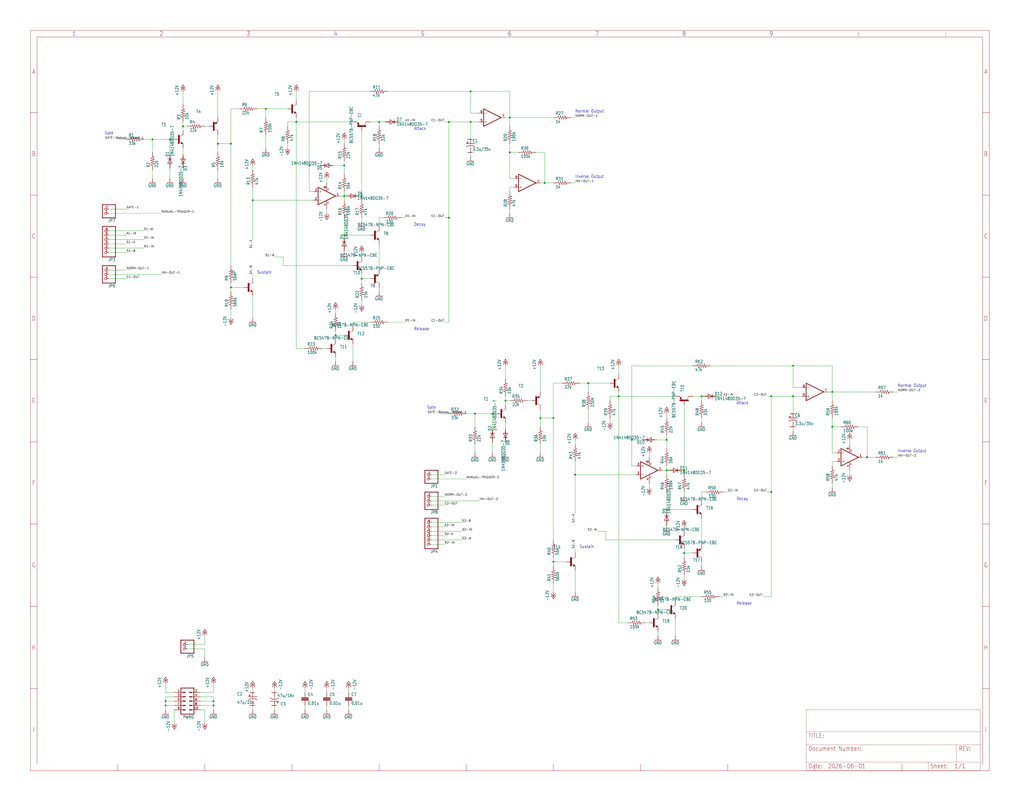
<source format=kicad_sch>
(kicad_sch (version 20231120) (generator "eeschema") (generator_version "8.0")
  (paper "User" 596.9 470.027)
  (junction (at 342.9 223.52))
  (junction (at 485.14 228.6))
  (junction (at 276.86 241.3))
  (junction (at 261.62 71.12))
  (junction (at 200.66 114.3))
  (junction (at 96.52 411.48))
  (junction (at 505.46 266.7))
  (junction (at 297.18 88.9))
  (junction (at 449.58 231.14))
  (junction (at 360.68 231.14))
  (junction (at 274.32 53.34))
  (junction (at 462.28 231.14))
  (junction (at 335.28 276.86))
  (junction (at 462.28 213.36))
  (junction (at 322.58 243.84))
  (junction (at 106.68 73.66))
  (junction (at 398.78 322.58))
  (junction (at 388.62 256.54))
  (junction (at 322.58 327.66))
  (junction (at 99.06 81.28))
  (junction (at 398.78 274.32))
  (junction (at 147.32 116.84))
  (junction (at 368.3 256.54))
  (junction (at 124.46 411.48))
  (junction (at 317.5 106.68))
  (junction (at 220.98 71.12))
  (junction (at 88.9 81.28))
  (junction (at 180.34 96.52))
  (junction (at 314.96 243.84))
  (junction (at 200.66 137.16))
  (junction (at 127 83.82))
  (junction (at 210.82 162.56))
  (junction (at 294.64 233.68))
  (junction (at 261.62 127))
  (junction (at 195.58 195.58))
  (junction (at 134.62 83.82))
  (junction (at 172.72 71.12))
  (junction (at 388.62 297.18))
  (junction (at 210.82 114.3))
  (junction (at 274.32 71.12))
  (junction (at 287.02 241.3))
  (junction (at 297.18 68.58))
  (junction (at 388.62 274.32))
  (junction (at 154.94 63.5))
  (junction (at 96.52 408.94))
  (junction (at 383.54 355.6))
  (junction (at 408.94 231.14))
  (junction (at 485.14 248.92))
  (junction (at 134.62 167.64))
  (junction (at 449.58 287.02))
  (junction (at 200.66 96.52))
  (junction (at 124.46 408.94))
  (wire (pts (xy 370.84 271.78) (xy 368.3 271.78)) (stroke (width 0.1524)))
  (wire (pts (xy 124.46 408.94) (xy 124.46 411.48)) (stroke (width 0.1524)))
  (wire (pts (xy 388.62 271.78) (xy 388.62 274.32)) (stroke (width 0.1524)))
  (wire (pts (xy 203.2 414.02) (xy 203.2 411.48)) (stroke (width 0.1524)))
  (wire (pts (xy 134.62 167.64) (xy 142.24 167.64)) (stroke (width 0.1524)))
  (wire (pts (xy 172.72 71.12) (xy 205.74 71.12)) (stroke (width 0.1524)))
  (wire (pts (xy 251.46 312.42) (xy 259.08 312.42)) (stroke (width 0.1524)))
  (wire (pts (xy 147.32 414.02) (xy 147.32 411.48)) (stroke (width 0.1524)))
  (wire (pts (xy 154.94 86.36) (xy 154.94 78.74)) (stroke (width 0.1524)))
  (wire (pts (xy 398.78 322.58) (xy 398.78 320.04)) (stroke (width 0.1524)))
  (wire (pts (xy 101.6 408.94) (xy 96.52 408.94)) (stroke (width 0.1524)))
  (wire (pts (xy 200.66 137.16) (xy 200.66 127)) (stroke (width 0.1524)))
  (wire (pts (xy 317.5 88.9) (xy 317.5 106.68)) (stroke (width 0.1524)))
  (wire (pts (xy 297.18 68.58) (xy 322.58 68.58)) (stroke (width 0.1524)))
  (wire (pts (xy 314.96 243.84) (xy 322.58 243.84)) (stroke (width 0.1524)))
  (wire (pts (xy 96.52 398.78) (xy 96.52 403.86)) (stroke (width 0.1524)))
  (wire (pts (xy 398.78 236.22) (xy 398.78 274.32)) (stroke (width 0.1524)))
  (wire (pts (xy 403.86 297.18) (xy 388.62 297.18)) (stroke (width 0.1524)))
  (wire (pts (xy 297.18 88.9) (xy 297.18 104.14)) (stroke (width 0.1524)))
  (wire (pts (xy 180.34 111.76) (xy 180.34 96.52)) (stroke (width 0.1524)))
  (wire (pts (xy 297.18 88.9) (xy 302.26 88.9)) (stroke (width 0.1524)))
  (wire (pts (xy 388.62 256.54) (xy 388.62 254)) (stroke (width 0.1524)))
  (wire (pts (xy 307.34 233.68) (xy 309.88 233.68)) (stroke (width 0.1524)))
  (wire (pts (xy 274.32 53.34) (xy 297.18 53.34)) (stroke (width 0.1524)))
  (wire (pts (xy 63.5 160.02) (xy 93.98 160.02)) (stroke (width 0.1524)))
  (wire (pts (xy 180.34 53.34) (xy 215.9 53.34)) (stroke (width 0.1524)))
  (wire (pts (xy 134.62 83.82) (xy 134.62 154.94)) (stroke (width 0.1524)))
  (wire (pts (xy 322.58 223.52) (xy 327.66 223.52)) (stroke (width 0.1524)))
  (wire (pts (xy 485.14 228.6) (xy 485.14 233.68)) (stroke (width 0.1524)))
  (wire (pts (xy 63.5 157.48) (xy 73.66 157.48)) (stroke (width 0.1524)))
  (wire (pts (xy 200.66 147.32) (xy 200.66 144.78)) (stroke (width 0.1524)))
  (wire (pts (xy 487.68 269.24) (xy 485.14 269.24)) (stroke (width 0.1524)))
  (wire (pts (xy 147.32 116.84) (xy 147.32 109.22)) (stroke (width 0.1524)))
  (wire (pts (xy 63.5 162.56) (xy 73.66 162.56)) (stroke (width 0.1524)))
  (wire (pts (xy 220.98 157.48) (xy 220.98 142.24)) (stroke (width 0.1524)))
  (wire (pts (xy 96.52 408.94) (xy 96.52 411.48)) (stroke (width 0.1524)))
  (wire (pts (xy 124.46 403.86) (xy 124.46 398.78)) (stroke (width 0.1524)))
  (wire (pts (xy 294.64 264.16) (xy 294.64 256.54)) (stroke (width 0.1524)))
  (wire (pts (xy 200.66 96.52) (xy 200.66 93.98)) (stroke (width 0.1524)))
  (wire (pts (xy 210.82 162.56) (xy 215.9 162.56)) (stroke (width 0.1524)))
  (wire (pts (xy 63.5 121.92) (xy 73.66 121.92)) (stroke (width 0.1524)))
  (wire (pts (xy 190.5 106.68) (xy 190.5 104.14)) (stroke (width 0.1524)))
  (wire (pts (xy 294.64 220.98) (xy 294.64 213.36)) (stroke (width 0.1524)))
  (wire (pts (xy 322.58 327.66) (xy 322.58 325.12)) (stroke (width 0.1524)))
  (wire (pts (xy 215.9 137.16) (xy 200.66 137.16)) (stroke (width 0.1524)))
  (wire (pts (xy 408.94 246.38) (xy 408.94 243.84)) (stroke (width 0.1524)))
  (wire (pts (xy 160.02 414.02) (xy 160.02 411.48)) (stroke (width 0.1524)))
  (wire (pts (xy 187.96 203.2) (xy 190.5 203.2)) (stroke (width 0.1524)))
  (wire (pts (xy 190.5 403.86) (xy 190.5 401.32)) (stroke (width 0.1524)))
  (wire (pts (xy 200.66 101.6) (xy 200.66 96.52)) (stroke (width 0.1524)))
  (wire (pts (xy 200.66 111.76) (xy 200.66 114.3)) (stroke (width 0.1524)))
  (wire (pts (xy 403.86 231.14) (xy 408.94 231.14)) (stroke (width 0.1524)))
  (wire (pts (xy 180.34 96.52) (xy 180.34 53.34)) (stroke (width 0.1524)))
  (wire (pts (xy 449.58 231.14) (xy 462.28 231.14)) (stroke (width 0.1524)))
  (wire (pts (xy 297.18 53.34) (xy 297.18 68.58)) (stroke (width 0.1524)))
  (wire (pts (xy 314.96 228.6) (xy 314.96 213.36)) (stroke (width 0.1524)))
  (wire (pts (xy 381 256.54) (xy 388.62 256.54)) (stroke (width 0.1524)))
  (wire (pts (xy 205.74 187.96) (xy 215.9 187.96)) (stroke (width 0.1524)))
  (wire (pts (xy 119.38 73.66) (xy 121.92 73.66)) (stroke (width 0.1524)))
  (wire (pts (xy 355.6 246.38) (xy 355.6 243.84)) (stroke (width 0.1524)))
  (wire (pts (xy 251.46 304.8) (xy 269.24 304.8)) (stroke (width 0.1524)))
  (wire (pts (xy 388.62 299.72) (xy 388.62 297.18)) (stroke (width 0.1524)))
  (wire (pts (xy 200.66 114.3) (xy 203.2 114.3)) (stroke (width 0.1524)))
  (wire (pts (xy 297.18 83.82) (xy 297.18 88.9)) (stroke (width 0.1524)))
  (wire (pts (xy 63.5 147.32) (xy 73.66 147.32)) (stroke (width 0.1524)))
  (wire (pts (xy 63.5 139.7) (xy 83.82 139.7)) (stroke (width 0.1524)))
  (wire (pts (xy 147.32 99.06) (xy 147.32 96.52)) (stroke (width 0.1524)))
  (wire (pts (xy 172.72 71.12) (xy 172.72 203.2)) (stroke (width 0.1524)))
  (wire (pts (xy 124.46 414.02) (xy 124.46 411.48)) (stroke (width 0.1524)))
  (wire (pts (xy 388.62 274.32) (xy 388.62 276.86)) (stroke (width 0.1524)))
  (wire (pts (xy 398.78 274.32) (xy 398.78 276.86)) (stroke (width 0.1524)))
  (wire (pts (xy 294.64 68.58) (xy 297.18 68.58)) (stroke (width 0.1524)))
  (wire (pts (xy 447.04 287.02) (xy 449.58 287.02)) (stroke (width 0.1524)))
  (wire (pts (xy 322.58 243.84) (xy 322.58 314.96)) (stroke (width 0.1524)))
  (wire (pts (xy 210.82 127) (xy 210.82 129.54)) (stroke (width 0.1524)))
  (wire (pts (xy 251.46 292.1) (xy 279.4 292.1)) (stroke (width 0.1524)))
  (wire (pts (xy 149.86 63.5) (xy 154.94 63.5)) (stroke (width 0.1524)))
  (wire (pts (xy 195.58 210.82) (xy 195.58 208.28)) (stroke (width 0.1524)))
  (wire (pts (xy 172.72 71.12) (xy 167.64 71.12)) (stroke (width 0.1524)))
  (wire (pts (xy 101.6 406.4) (xy 96.52 406.4)) (stroke (width 0.1524)))
  (wire (pts (xy 134.62 83.82) (xy 134.62 63.5)) (stroke (width 0.1524)))
  (wire (pts (xy 210.82 162.56) (xy 210.82 160.02)) (stroke (width 0.1524)))
  (wire (pts (xy 63.5 144.78) (xy 83.82 144.78)) (stroke (width 0.1524)))
  (wire (pts (xy 360.68 363.22) (xy 365.76 363.22)) (stroke (width 0.1524)))
  (wire (pts (xy 335.28 259.08) (xy 335.28 256.54)) (stroke (width 0.1524)))
  (wire (pts (xy 294.64 233.68) (xy 294.64 231.14)) (stroke (width 0.1524)))
  (wire (pts (xy 520.7 228.6) (xy 523.24 228.6)) (stroke (width 0.1524)))
  (wire (pts (xy 172.72 203.2) (xy 177.8 203.2)) (stroke (width 0.1524)))
  (wire (pts (xy 256.54 241.3) (xy 261.62 241.3)) (stroke (width 0.1524)))
  (wire (pts (xy 342.9 223.52) (xy 355.6 223.52)) (stroke (width 0.1524)))
  (wire (pts (xy 96.52 403.86) (xy 101.6 403.86)) (stroke (width 0.1524)))
  (wire (pts (xy 147.32 162.56) (xy 147.32 160.02)) (stroke (width 0.1524)))
  (wire (pts (xy 109.22 378.46) (xy 119.38 378.46)) (stroke (width 0.1524)))
  (wire (pts (xy 210.82 114.3) (xy 210.82 116.84)) (stroke (width 0.1524)))
  (wire (pts (xy 177.8 403.86) (xy 177.8 401.32)) (stroke (width 0.1524)))
  (wire (pts (xy 294.64 233.68) (xy 297.18 233.68)) (stroke (width 0.1524)))
  (wire (pts (xy 182.88 116.84) (xy 147.32 116.84)) (stroke (width 0.1524)))
  (wire (pts (xy 195.58 182.88) (xy 195.58 180.34)) (stroke (width 0.1524)))
  (wire (pts (xy 274.32 81.28) (xy 274.32 71.12)) (stroke (width 0.1524)))
  (wire (pts (xy 220.98 170.18) (xy 220.98 167.64)) (stroke (width 0.1524)))
  (wire (pts (xy 487.68 264.16) (xy 485.14 264.16)) (stroke (width 0.1524)))
  (wire (pts (xy 274.32 66.04) (xy 274.32 53.34)) (stroke (width 0.1524)))
  (wire (pts (xy 388.62 243.84) (xy 388.62 241.3)) (stroke (width 0.1524)))
  (wire (pts (xy 322.58 330.2) (xy 322.58 327.66)) (stroke (width 0.1524)))
  (wire (pts (xy 276.86 241.3) (xy 287.02 241.3)) (stroke (width 0.1524)))
  (wire (pts (xy 449.58 287.02) (xy 449.58 231.14)) (stroke (width 0.1524)))
  (wire (pts (xy 259.08 187.96) (xy 261.62 187.96)) (stroke (width 0.1524)))
  (wire (pts (xy 388.62 274.32) (xy 391.16 274.32)) (stroke (width 0.1524)))
  (wire (pts (xy 396.24 274.32) (xy 398.78 274.32)) (stroke (width 0.1524)))
  (wire (pts (xy 332.74 106.68) (xy 335.28 106.68)) (stroke (width 0.1524)))
  (wire (pts (xy 388.62 261.62) (xy 388.62 256.54)) (stroke (width 0.1524)))
  (wire (pts (xy 360.68 231.14) (xy 355.6 231.14)) (stroke (width 0.1524)))
  (wire (pts (xy 368.3 213.36) (xy 403.86 213.36)) (stroke (width 0.1524)))
  (wire (pts (xy 505.46 266.7) (xy 510.54 266.7)) (stroke (width 0.1524)))
  (wire (pts (xy 63.5 142.24) (xy 73.66 142.24)) (stroke (width 0.1524)))
  (wire (pts (xy 408.94 231.14) (xy 411.48 231.14)) (stroke (width 0.1524)))
  (wire (pts (xy 276.86 248.92) (xy 276.86 241.3)) (stroke (width 0.1524)))
  (wire (pts (xy 124.46 411.48) (xy 116.84 411.48)) (stroke (width 0.1524)))
  (wire (pts (xy 147.32 403.86) (xy 147.32 401.32)) (stroke (width 0.1524)))
  (wire (pts (xy 485.14 243.84) (xy 485.14 248.92)) (stroke (width 0.1524)))
  (wire (pts (xy 297.18 124.46) (xy 297.18 121.92)) (stroke (width 0.1524)))
  (wire (pts (xy 134.62 185.42) (xy 134.62 180.34)) (stroke (width 0.1524)))
  (wire (pts (xy 251.46 289.56) (xy 259.08 289.56)) (stroke (width 0.1524)))
  (wire (pts (xy 297.18 104.14) (xy 299.72 104.14)) (stroke (width 0.1524)))
  (wire (pts (xy 96.52 406.4) (xy 96.52 408.94)) (stroke (width 0.1524)))
  (wire (pts (xy 127 88.9) (xy 127 83.82)) (stroke (width 0.1524)))
  (wire (pts (xy 251.46 279.4) (xy 271.78 279.4)) (stroke (width 0.1524)))
  (wire (pts (xy 383.54 358.14) (xy 383.54 355.6)) (stroke (width 0.1524)))
  (wire (pts (xy 193.04 96.52) (xy 200.66 96.52)) (stroke (width 0.1524)))
  (wire (pts (xy 287.02 241.3) (xy 289.56 241.3)) (stroke (width 0.1524)))
  (wire (pts (xy 411.48 287.02) (xy 408.94 287.02)) (stroke (width 0.1524)))
  (wire (pts (xy 251.46 294.64) (xy 259.08 294.64)) (stroke (width 0.1524)))
  (wire (pts (xy 312.42 88.9) (xy 317.5 88.9)) (stroke (width 0.1524)))
  (wire (pts (xy 447.04 231.14) (xy 449.58 231.14)) (stroke (width 0.1524)))
  (wire (pts (xy 360.68 218.44) (xy 360.68 213.36)) (stroke (width 0.1524)))
  (wire (pts (xy 388.62 355.6) (xy 383.54 355.6)) (stroke (width 0.1524)))
  (wire (pts (xy 449.58 347.98) (xy 449.58 287.02)) (stroke (width 0.1524)))
  (wire (pts (xy 200.66 139.7) (xy 200.66 137.16)) (stroke (width 0.1524)))
  (wire (pts (xy 485.14 248.92) (xy 485.14 264.16)) (stroke (width 0.1524)))
  (wire (pts (xy 231.14 71.12) (xy 236.22 71.12)) (stroke (width 0.1524)))
  (wire (pts (xy 259.08 71.12) (xy 261.62 71.12)) (stroke (width 0.1524)))
  (wire (pts (xy 106.68 76.2) (xy 106.68 73.66)) (stroke (width 0.1524)))
  (wire (pts (xy 220.98 127) (xy 220.98 132.08)) (stroke (width 0.1524)))
  (wire (pts (xy 226.06 187.96) (xy 236.22 187.96)) (stroke (width 0.1524)))
  (wire (pts (xy 297.18 68.58) (xy 297.18 73.66)) (stroke (width 0.1524)))
  (wire (pts (xy 119.38 414.02) (xy 119.38 421.64)) (stroke (width 0.1524)))
  (wire (pts (xy 495.3 274.32) (xy 495.3 276.86)) (stroke (width 0.1524)))
  (wire (pts (xy 271.78 241.3) (xy 276.86 241.3)) (stroke (width 0.1524)))
  (wire (pts (xy 360.68 231.14) (xy 360.68 363.22)) (stroke (width 0.1524)))
  (wire (pts (xy 200.66 195.58) (xy 195.58 195.58)) (stroke (width 0.1524)))
  (wire (pts (xy 101.6 421.64) (xy 101.6 414.02)) (stroke (width 0.1524)))
  (wire (pts (xy 353.06 314.96) (xy 393.7 314.96)) (stroke (width 0.1524)))
  (wire (pts (xy 276.86 264.16) (xy 276.86 259.08)) (stroke (width 0.1524)))
  (wire (pts (xy 182.88 111.76) (xy 180.34 111.76)) (stroke (width 0.1524)))
  (wire (pts (xy 419.1 347.98) (xy 421.64 347.98)) (stroke (width 0.1524)))
  (wire (pts (xy 116.84 408.94) (xy 124.46 408.94)) (stroke (width 0.1524)))
  (wire (pts (xy 388.62 297.18) (xy 388.62 287.02)) (stroke (width 0.1524)))
  (wire (pts (xy 210.82 177.8) (xy 210.82 175.26)) (stroke (width 0.1524)))
  (wire (pts (xy 502.92 266.7) (xy 505.46 266.7)) (stroke (width 0.1524)))
  (wire (pts (xy 261.62 127) (xy 261.62 71.12)) (stroke (width 0.1524)))
  (wire (pts (xy 154.94 63.5) (xy 167.64 63.5)) (stroke (width 0.1524)))
  (wire (pts (xy 398.78 325.12) (xy 398.78 322.58)) (stroke (width 0.1524)))
  (wire (pts (xy 279.4 71.12) (xy 274.32 71.12)) (stroke (width 0.1524)))
  (wire (pts (xy 314.96 243.84) (xy 314.96 238.76)) (stroke (width 0.1524)))
  (wire (pts (xy 482.6 228.6) (xy 485.14 228.6)) (stroke (width 0.1524)))
  (wire (pts (xy 251.46 307.34) (xy 259.08 307.34)) (stroke (width 0.1524)))
  (wire (pts (xy 99.06 81.28) (xy 101.6 81.28)) (stroke (width 0.1524)))
  (wire (pts (xy 251.46 309.88) (xy 269.24 309.88)) (stroke (width 0.1524)))
  (wire (pts (xy 370.84 276.86) (xy 335.28 276.86)) (stroke (width 0.1524)))
  (wire (pts (xy 467.36 231.14) (xy 462.28 231.14)) (stroke (width 0.1524)))
  (wire (pts (xy 99.06 104.14) (xy 99.06 96.52)) (stroke (width 0.1524)))
  (wire (pts (xy 294.64 251.46) (xy 294.64 246.38)) (stroke (width 0.1524)))
  (wire (pts (xy 368.3 256.54) (xy 375.92 256.54)) (stroke (width 0.1524)))
  (wire (pts (xy 462.28 241.3) (xy 462.28 231.14)) (stroke (width 0.1524)))
  (wire (pts (xy 236.22 127) (xy 233.68 127)) (stroke (width 0.1524)))
  (wire (pts (xy 408.94 330.2) (xy 408.94 327.66)) (stroke (width 0.1524)))
  (wire (pts (xy 414.02 213.36) (xy 462.28 213.36)) (stroke (width 0.1524)))
  (wire (pts (xy 398.78 309.88) (xy 398.78 307.34)) (stroke (width 0.1524)))
  (wire (pts (xy 220.98 73.66) (xy 220.98 71.12)) (stroke (width 0.1524)))
  (wire (pts (xy 462.28 226.06) (xy 462.28 213.36)) (stroke (width 0.1524)))
  (wire (pts (xy 208.28 114.3) (xy 210.82 114.3)) (stroke (width 0.1524)))
  (wire (pts (xy 335.28 332.74) (xy 335.28 345.44)) (stroke (width 0.1524)))
  (wire (pts (xy 177.8 414.02) (xy 177.8 411.48)) (stroke (width 0.1524)))
  (wire (pts (xy 106.68 60.96) (xy 106.68 53.34)) (stroke (width 0.1524)))
  (wire (pts (xy 500.38 248.92) (xy 505.46 248.92)) (stroke (width 0.1524)))
  (wire (pts (xy 317.5 106.68) (xy 322.58 106.68)) (stroke (width 0.1524)))
  (wire (pts (xy 195.58 198.12) (xy 195.58 195.58)) (stroke (width 0.1524)))
  (wire (pts (xy 495.3 259.08) (xy 495.3 256.54)) (stroke (width 0.1524)))
  (wire (pts (xy 83.82 81.28) (xy 88.9 81.28)) (stroke (width 0.1524)))
  (wire (pts (xy 347.98 309.88) (xy 353.06 309.88)) (stroke (width 0.1524)))
  (wire (pts (xy 190.5 414.02) (xy 190.5 411.48)) (stroke (width 0.1524)))
  (wire (pts (xy 444.5 347.98) (xy 449.58 347.98)) (stroke (width 0.1524)))
  (wire (pts (xy 462.28 226.06) (xy 467.36 226.06)) (stroke (width 0.1524)))
  (wire (pts (xy 485.14 284.48) (xy 485.14 281.94)) (stroke (width 0.1524)))
  (wire (pts (xy 398.78 322.58) (xy 403.86 322.58)) (stroke (width 0.1524)))
  (wire (pts (xy 383.54 342.9) (xy 383.54 340.36)) (stroke (width 0.1524)))
  (wire (pts (xy 261.62 71.12) (xy 274.32 71.12)) (stroke (width 0.1524)))
  (wire (pts (xy 106.68 73.66) (xy 109.22 73.66)) (stroke (width 0.1524)))
  (wire (pts (xy 386.08 274.32) (xy 388.62 274.32)) (stroke (width 0.1524)))
  (wire (pts (xy 127 83.82) (xy 134.62 83.82)) (stroke (width 0.1524)))
  (wire (pts (xy 134.62 170.18) (xy 134.62 167.64)) (stroke (width 0.1524)))
  (wire (pts (xy 287.02 264.16) (xy 287.02 256.54)) (stroke (width 0.1524)))
  (wire (pts (xy 485.14 269.24) (xy 485.14 271.78)) (stroke (width 0.1524)))
  (wire (pts (xy 505.46 248.92) (xy 505.46 266.7)) (stroke (width 0.1524)))
  (wire (pts (xy 88.9 88.9) (xy 88.9 81.28)) (stroke (width 0.1524)))
  (wire (pts (xy 195.58 195.58) (xy 195.58 193.04)) (stroke (width 0.1524)))
  (wire (pts (xy 424.18 287.02) (xy 421.64 287.02)) (stroke (width 0.1524)))
  (wire (pts (xy 165.1 154.94) (xy 205.74 154.94)) (stroke (width 0.1524)))
  (wire (pts (xy 220.98 71.12) (xy 226.06 71.12)) (stroke (width 0.1524)))
  (wire (pts (xy 154.94 68.58) (xy 154.94 63.5)) (stroke (width 0.1524)))
  (wire (pts (xy 210.82 76.2) (xy 210.82 114.3)) (stroke (width 0.1524)))
  (wire (pts (xy 124.46 406.4) (xy 116.84 406.4)) (stroke (width 0.1524)))
  (wire (pts (xy 127 68.58) (xy 127 53.34)) (stroke (width 0.1524)))
  (wire (pts (xy 368.3 271.78) (xy 368.3 256.54)) (stroke (width 0.1524)))
  (wire (pts (xy 416.56 231.14) (xy 421.64 231.14)) (stroke (width 0.1524)))
  (wire (pts (xy 119.38 375.92) (xy 119.38 370.84)) (stroke (width 0.1524)))
  (wire (pts (xy 109.22 375.92) (xy 119.38 375.92)) (stroke (width 0.1524)))
  (wire (pts (xy 261.62 187.96) (xy 261.62 127)) (stroke (width 0.1524)))
  (wire (pts (xy 203.2 403.86) (xy 203.2 401.32)) (stroke (width 0.1524)))
  (wire (pts (xy 99.06 91.44) (xy 99.06 81.28)) (stroke (width 0.1524)))
  (wire (pts (xy 63.5 137.16) (xy 73.66 137.16)) (stroke (width 0.1524)))
  (wire (pts (xy 220.98 86.36) (xy 220.98 83.82)) (stroke (width 0.1524)))
  (wire (pts (xy 160.02 149.86) (xy 165.1 149.86)) (stroke (width 0.1524)))
  (wire (pts (xy 223.52 127) (xy 220.98 127)) (stroke (width 0.1524)))
  (wire (pts (xy 210.82 165.1) (xy 210.82 162.56)) (stroke (width 0.1524)))
  (wire (pts (xy 393.7 350.52) (xy 393.7 347.98)) (stroke (width 0.1524)))
  (wire (pts (xy 172.72 68.58) (xy 172.72 71.12)) (stroke (width 0.1524)))
  (wire (pts (xy 172.72 58.42) (xy 172.72 53.34)) (stroke (width 0.1524)))
  (wire (pts (xy 393.7 347.98) (xy 408.94 347.98)) (stroke (width 0.1524)))
  (wire (pts (xy 294.64 236.22) (xy 294.64 233.68)) (stroke (width 0.1524)))
  (wire (pts (xy 251.46 276.86) (xy 259.08 276.86)) (stroke (width 0.1524)))
  (wire (pts (xy 408.94 317.5) (xy 408.94 302.26)) (stroke (width 0.1524)))
  (wire (pts (xy 335.28 299.72) (xy 335.28 276.86)) (stroke (width 0.1524)))
  (wire (pts (xy 88.9 81.28) (xy 99.06 81.28)) (stroke (width 0.1524)))
  (wire (pts (xy 322.58 243.84) (xy 322.58 223.52)) (stroke (width 0.1524)))
  (wire (pts (xy 165.1 149.86) (xy 165.1 154.94)) (stroke (width 0.1524)))
  (wire (pts (xy 393.7 370.84) (xy 393.7 360.68)) (stroke (width 0.1524)))
  (wire (pts (xy 299.72 109.22) (xy 297.18 109.22)) (stroke (width 0.1524)))
  (wire (pts (xy 314.96 264.16) (xy 314.96 259.08)) (stroke (width 0.1524)))
  (wire (pts (xy 274.32 91.44) (xy 274.32 88.9)) (stroke (width 0.1524)))
  (wire (pts (xy 353.06 309.88) (xy 353.06 314.96)) (stroke (width 0.1524)))
  (wire (pts (xy 274.32 66.04) (xy 279.4 66.04)) (stroke (width 0.1524)))
  (wire (pts (xy 360.68 231.14) (xy 393.7 231.14)) (stroke (width 0.1524)))
  (wire (pts (xy 106.68 91.44) (xy 106.68 86.36)) (stroke (width 0.1524)))
  (wire (pts (xy 198.12 114.3) (xy 200.66 114.3)) (stroke (width 0.1524)))
  (wire (pts (xy 360.68 228.6) (xy 360.68 231.14)) (stroke (width 0.1524)))
  (wire (pts (xy 335.28 276.86) (xy 335.28 269.24)) (stroke (width 0.1524)))
  (wire (pts (xy 342.9 228.6) (xy 342.9 223.52)) (stroke (width 0.1524)))
  (wire (pts (xy 314.96 106.68) (xy 317.5 106.68)) (stroke (width 0.1524)))
  (wire (pts (xy 63.5 124.46) (xy 93.98 124.46)) (stroke (width 0.1524)))
  (wire (pts (xy 119.38 378.46) (xy 119.38 383.54)) (stroke (width 0.1524)))
  (wire (pts (xy 337.82 223.52) (xy 342.9 223.52)) (stroke (width 0.1524)))
  (wire (pts (xy 167.64 71.12) (xy 167.64 73.66)) (stroke (width 0.1524)))
  (wire (pts (xy 520.7 266.7) (xy 523.24 266.7)) (stroke (width 0.1524)))
  (wire (pts (xy 378.46 266.7) (xy 378.46 264.16)) (stroke (width 0.1524)))
  (wire (pts (xy 68.58 81.28) (xy 73.66 81.28)) (stroke (width 0.1524)))
  (wire (pts (xy 297.18 109.22) (xy 297.18 111.76)) (stroke (width 0.1524)))
  (wire (pts (xy 378.46 284.48) (xy 378.46 281.94)) (stroke (width 0.1524)))
  (wire (pts (xy 63.5 134.62) (xy 83.82 134.62)) (stroke (width 0.1524)))
  (wire (pts (xy 462.28 213.36) (xy 485.14 213.36)) (stroke (width 0.1524)))
  (wire (pts (xy 322.58 345.44) (xy 322.58 340.36)) (stroke (width 0.1524)))
  (wire (pts (xy 287.02 251.46) (xy 287.02 241.3)) (stroke (width 0.1524)))
  (wire (pts (xy 226.06 53.34) (xy 274.32 53.34)) (stroke (width 0.1524)))
  (wire (pts (xy 332.74 68.58) (xy 335.28 68.58)) (stroke (width 0.1524)))
  (wire (pts (xy 210.82 149.86) (xy 210.82 147.32)) (stroke (width 0.1524)))
  (wire (pts (xy 375.92 363.22) (xy 378.46 363.22)) (stroke (width 0.1524)))
  (wire (pts (xy 106.68 104.14) (xy 106.68 96.52)) (stroke (width 0.1524)))
  (wire (pts (xy 180.34 96.52) (xy 187.96 96.52)) (stroke (width 0.1524)))
  (wire (pts (xy 200.66 83.82) (xy 200.66 81.28)) (stroke (width 0.1524)))
  (wire (pts (xy 388.62 307.34) (xy 388.62 304.8)) (stroke (width 0.1524)))
  (wire (pts (xy 127 104.14) (xy 127 99.06)) (stroke (width 0.1524)))
  (wire (pts (xy 408.94 287.02) (xy 408.94 292.1)) (stroke (width 0.1524)))
  (wire (pts (xy 322.58 327.66) (xy 330.2 327.66)) (stroke (width 0.1524)))
  (wire (pts (xy 355.6 231.14) (xy 355.6 233.68)) (stroke (width 0.1524)))
  (wire (pts (xy 259.08 127) (xy 261.62 127)) (stroke (width 0.1524)))
  (wire (pts (xy 342.9 246.38) (xy 342.9 238.76)) (stroke (width 0.1524)))
  (wire (pts (xy 205.74 210.82) (xy 205.74 200.66)) (stroke (width 0.1524)))
  (wire (pts (xy 116.84 414.02) (xy 119.38 414.02)) (stroke (width 0.1524)))
  (wire (pts (xy 167.64 86.36) (xy 167.64 83.82)) (stroke (width 0.1524)))
  (wire (pts (xy 383.54 355.6) (xy 383.54 353.06)) (stroke (width 0.1524)))
  (wire (pts (xy 408.94 233.68) (xy 408.94 231.14)) (stroke (width 0.1524)))
  (wire (pts (xy 190.5 124.46) (xy 190.5 121.92)) (stroke (width 0.1524)))
  (wire (pts (xy 147.32 139.7) (xy 147.32 116.84)) (stroke (width 0.1524)))
  (wire (pts (xy 383.54 370.84) (xy 383.54 368.3)) (stroke (width 0.1524)))
  (wire (pts (xy 215.9 71.12) (xy 220.98 71.12)) (stroke (width 0.1524)))
  (wire (pts (xy 116.84 403.86) (xy 124.46 403.86)) (stroke (width 0.1524)))
  (wire (pts (xy 462.28 251.46) (xy 462.28 248.92)) (stroke (width 0.1524)))
  (wire (pts (xy 101.6 411.48) (xy 96.52 411.48)) (stroke (width 0.1524)))
  (wire (pts (xy 485.14 248.92) (xy 490.22 248.92)) (stroke (width 0.1524)))
  (wire (pts (xy 106.68 73.66) (xy 106.68 71.12)) (stroke (width 0.1524)))
  (wire (pts (xy 398.78 287.02) (xy 398.78 289.56)) (stroke (width 0.1524)))
  (wire (pts (xy 205.74 190.5) (xy 205.74 187.96)) (stroke (width 0.1524)))
  (wire (pts (xy 134.62 63.5) (xy 139.7 63.5)) (stroke (width 0.1524)))
  (wire (pts (xy 200.66 114.3) (xy 200.66 116.84)) (stroke (width 0.1524)))
  (wire (pts (xy 368.3 256.54) (xy 368.3 213.36)) (stroke (width 0.1524)))
  (wire (pts (xy 96.52 411.48) (xy 96.52 414.02)) (stroke (width 0.1524)))
  (wire (pts (xy 160.02 403.86) (xy 160.02 401.32)) (stroke (width 0.1524)))
  (wire (pts (xy 147.32 172.72) (xy 147.32 185.42)) (stroke (width 0.1524)))
  (wire (pts (xy 314.96 248.92) (xy 314.96 243.84)) (stroke (width 0.1524)))
  (wire (pts (xy 398.78 337.82) (xy 398.78 335.28)) (stroke (width 0.1524)))
  (wire (pts (xy 485.14 228.6) (xy 510.54 228.6)) (stroke (width 0.1524)))
  (wire (pts (xy 485.14 213.36) (xy 485.14 228.6)) (stroke (width 0.1524)))
  (wire (pts (xy 251.46 317.5) (xy 259.08 317.5)) (stroke (width 0.1524)))
  (wire (pts (xy 88.9 104.14) (xy 88.9 99.06)) (stroke (width 0.1524)))
  (wire (pts (xy 335.28 322.58) (xy 335.28 320.04)) (stroke (width 0.1524)))
  (wire (pts (xy 134.62 167.64) (xy 134.62 165.1)) (stroke (width 0.1524)))
  (wire (pts (xy 127 83.82) (xy 127 78.74)) (stroke (width 0.1524)))
  (wire (pts (xy 124.46 408.94) (xy 124.46 406.4)) (stroke (width 0.1524)))
  (wire (pts (xy 251.46 314.96) (xy 269.24 314.96)) (stroke (width 0.1524)))
  (text "Gate" (at 60.96 78.74 0) (effects (font (size 1.778 1.5113)) (justify left bottom)))
  (text "Sustain" (at 337.82 320.04 0) (effects (font (size 1.778 1.5113)) (justify left bottom)))
  (text "Inverse Output" (at 523.24 264.16 0) (effects (font (size 1.778 1.5113)) (justify left bottom)))
  (text "Release" (at 241.3 193.04 0) (effects (font (size 1.778 1.5113)) (justify left bottom)))
  (text "Normal Output" (at 335.28 66.04 0) (effects (font (size 1.778 1.5113)) (justify left bottom)))
  (text "Decay" (at 241.3 132.08 0) (effects (font (size 1.778 1.5113)) (justify left bottom)))
  (text "Inverse Output" (at 335.28 104.14 0) (effects (font (size 1.778 1.5113)) (justify left bottom)))
  (text "Release" (at 429.26 353.06 0) (effects (font (size 1.778 1.5113)) (justify left bottom)))
  (text "Attack" (at 241.3 76.2 0) (effects (font (size 1.778 1.5113)) (justify left bottom)))
  (text "Gate" (at 248.92 238.76 0) (effects (font (size 1.778 1.5113)) (justify left bottom)))
  (text "Attack" (at 429.26 236.22 0) (effects (font (size 1.778 1.5113)) (justify left bottom)))
  (text "Normal Output" (at 523.24 226.06 0) (effects (font (size 1.778 1.5113)) (justify left bottom)))
  (text "Sustain" (at 149.86 160.02 0) (effects (font (size 1.778 1.5113)) (justify left bottom)))
  (text "Decay" (at 429.26 292.1 0) (effects (font (size 1.778 1.5113)) (justify left bottom)))
  (label "S2-A" (at 259.08 312.42 0) (effects (font (size 1.2446 1.2446))))
  (label "INV-OUT-1" (at 335.28 106.68 0) (effects (font (size 1.2446 1.2446))))
  (label "GATE-1" (at 68.58 81.28 180) (effects (font (size 1.2446 1.2446))))
  (label "A2-IN" (at 259.08 307.34 0) (effects (font (size 1.2446 1.2446))))
  (label "D1-IN" (at 236.22 127 0) (effects (font (size 1.2446 1.2446))))
  (label "INV-OUT-2" (at 279.4 292.1 0) (effects (font (size 1.2446 1.2446))))
  (label "GATE-1" (at 73.66 121.92 0) (effects (font (size 1.2446 1.2446))))
  (label "MANUAL-TRIGGER-1" (at 93.98 124.46 0) (effects (font (size 1.2446 1.2446))))
  (label "D2-IN" (at 269.24 309.88 0) (effects (font (size 1.2446 1.2446))))
  (label "C1-OUT" (at 73.66 162.56 0) (effects (font (size 1.2446 1.2446))))
  (label "S2-B" (at 335.28 320.04 90) (effects (font (size 1.2446 1.2446))))
  (label "INV-OUT-2" (at 523.24 266.7 0) (effects (font (size 1.2446 1.2446))))
  (label "C2-OUT" (at 447.04 231.14 180) (effects (font (size 1.2446 1.2446))))
  (label "MANUAL-TRIGGER-2" (at 271.78 241.3 180) (effects (font (size 1.016 1.016))))
  (label "S1-A" (at 73.66 142.24 0) (effects (font (size 1.2446 1.2446))))
  (label "S1-A" (at 147.32 139.7 270) (effects (font (size 1.2446 1.2446))))
  (label "GATE-2" (at 256.54 241.3 180) (effects (font (size 1.2446 1.2446))))
  (label "C2-OUT" (at 447.04 287.02 180) (effects (font (size 1.2446 1.2446))))
  (label "S1-B" (at 147.32 160.02 90) (effects (font (size 1.2446 1.2446))))
  (label "NORM-OUT-2" (at 259.08 289.56 0) (effects (font (size 1.2446 1.2446))))
  (label "S1-B" (at 73.66 147.32 0) (effects (font (size 1.2446 1.2446))))
  (label "S2-W" (at 347.98 309.88 180) (effects (font (size 1.2446 1.2446))))
  (label "GATE-2" (at 259.08 276.86 0) (effects (font (size 1.2446 1.2446))))
  (label "INV-OUT-1" (at 93.98 160.02 0) (effects (font (size 1.2446 1.2446))))
  (label "R2-IN" (at 421.64 347.98 0) (effects (font (size 1.2446 1.2446))))
  (label "D1-IN" (at 83.82 139.7 0) (effects (font (size 1.2446 1.2446))))
  (label "NORM-OUT-1" (at 335.28 68.58 0) (effects (font (size 1.2446 1.2446))))
  (label "A1-IN" (at 236.22 71.12 0) (effects (font (size 1.2446 1.2446))))
  (label "R2-IN" (at 259.08 317.5 0) (effects (font (size 1.2446 1.2446))))
  (label "S1-W" (at 160.02 149.86 180) (effects (font (size 1.2446 1.2446))))
  (label "S2-W" (at 269.24 314.96 0) (effects (font (size 1.2446 1.2446))))
  (label "A2-IN" (at 421.64 231.14 0) (effects (font (size 1.2446 1.2446))))
  (label "C2-OUT" (at 259.08 294.64 0) (effects (font (size 1.2446 1.2446))))
  (label "NORM-OUT-1" (at 73.66 157.48 0) (effects (font (size 1.2446 1.2446))))
  (label "C1-OUT" (at 259.08 127 180) (effects (font (size 1.2446 1.2446))))
  (label "S2-B" (at 269.24 304.8 0) (effects (font (size 1.2446 1.2446))))
  (label "MANUAL-TRIGGER-1" (at 83.82 81.28 180) (effects (font (size 1.016 1.016))))
  (label "R1-IN" (at 236.22 187.96 0) (effects (font (size 1.2446 1.2446))))
  (label "R1-IN" (at 83.82 144.78 0) (effects (font (size 1.2446 1.2446))))
  (label "D2-IN" (at 424.18 287.02 0) (effects (font (size 1.2446 1.2446))))
  (label "C1-OUT" (at 259.08 187.96 180) (effects (font (size 1.2446 1.2446))))
  (label "C2-OUT" (at 444.5 347.98 180) (effects (font (size 1.2446 1.2446))))
  (label "S1-W" (at 83.82 134.62 0) (effects (font (size 1.2446 1.2446))))
  (label "MANUAL-TRIGGER-2" (at 271.78 279.4 0) (effects (font (size 1.2446 1.2446))))
  (label "S2-A" (at 335.28 299.72 270) (effects (font (size 1.2446 1.2446))))
  (label "A1-IN" (at 73.66 137.16 0) (effects (font (size 1.2446 1.2446))))
  (label "NORM-OUT-2" (at 523.24 228.6 0) (effects (font (size 1.2446 1.2446))))
  (label "C1-OUT" (at 259.08 71.12 180) (effects (font (size 1.2446 1.2446))))
  (symbol (lib_id "mainboard-eagle-import:R-US_0204/7") (at 134.62 175.26 90) (unit 1)
    (property "Reference" "R10" (at 133.1214 179.07 0) (effects (font (size 1.778 1.5113)) (justify left bottom)))
    (property "Value" "560k" (at 137.922 179.07 0) (effects (font (size 1.778 1.5113)) (justify left bottom)))
    (property "Footprint" "mainboard:0204_7" (effects (hide yes)))
  )
  (symbol (lib_id "mainboard-eagle-import:-NPN-TO92-CBE") (at 332.74 327.66 0) (unit 1)
    (property "Reference" "T14" (at 322.58 320.04 0) (effects (font (size 1.778 1.5113)) (justify left bottom)))
    (property "Value" "BC547B-NPN-CBE" (effects (hide yes)))
    (property "Footprint" "mainboard:TO92-CBE" (effects (hide yes)))
    (property "Datasheet" "BC547B" (effects (hide yes)))
  )
  (symbol (lib_id "mainboard-eagle-import:+12V") (at 388.62 238.76 0) (unit 1)
    (property "Reference" "#P+19" (effects (hide yes)))
    (property "Value" "+12V" (at 386.08 243.84 90) (effects (font (size 1.778 1.5113)) (justify left bottom)))
  )
  (symbol (lib_id "mainboard-eagle-import:R-US_0204/7") (at 314.96 254 90) (unit 1)
    (property "Reference" "R36" (at 313.4614 257.81 0) (effects (font (size 1.778 1.5113)) (justify left bottom)))
    (property "Value" "10k" (at 318.262 257.81 0) (effects (font (size 1.778 1.5113)) (justify left bottom)))
    (property "Footprint" "mainboard:0204_7" (effects (hide yes)))
  )
  (symbol (lib_id "mainboard-eagle-import:1N4148DO35-7") (at 388.62 302.26 90) (unit 1)
    (property "Reference" "D9" (at 388.1374 299.72 0) (effects (font (size 1.778 1.5113)) (justify left bottom)))
    (property "Value" "1N4148DO35-7" (at 390.9314 299.72 0) (effects (font (size 1.778 1.5113)) (justify left bottom)))
    (property "Footprint" "mainboard:DO35-7" (effects (hide yes)))
  )
  (symbol (lib_id "mainboard-eagle-import:4558N") (at 495.3 266.7 0) (unit 3)
    (property "Reference" "IC3" (effects (hide yes)))
    (property "Value" "4558N" (effects (hide yes)))
    (property "Footprint" "mainboard:DIL08" (effects (hide yes)))
  )
  (symbol (lib_id "mainboard-eagle-import:R-US_0204/7") (at 297.18 78.74 90) (unit 1)
    (property "Reference" "R29" (at 295.6814 82.55 0) (effects (font (size 1.778 1.5113)) (justify left bottom)))
    (property "Value" "100k" (at 300.482 82.55 0) (effects (font (size 1.778 1.5113)) (justify left bottom)))
    (property "Footprint" "mainboard:0204_7" (effects (hide yes)))
  )
  (symbol (lib_id "mainboard-eagle-import:R-US_0204/7") (at 276.86 254 90) (unit 1)
    (property "Reference" "R33" (at 275.3614 257.81 0) (effects (font (size 1.778 1.5113)) (justify left bottom)))
    (property "Value" "22k" (at 280.162 257.81 0) (effects (font (size 1.778 1.5113)) (justify left bottom)))
    (property "Footprint" "mainboard:0204_7" (effects (hide yes)))
  )
  (symbol (lib_id "mainboard-eagle-import:C-EU025-024X044") (at 177.8 406.4 0) (unit 1)
    (property "Reference" "C4" (at 179.324 406.019 0) (effects (font (size 1.778 1.5113)) (justify left bottom)))
    (property "Value" "0.01u" (at 179.324 411.099 0) (effects (font (size 1.778 1.5113)) (justify left bottom)))
    (property "Footprint" "mainboard:C025-024X044" (effects (hide yes)))
  )
  (symbol (lib_id "mainboard-eagle-import:-12V") (at 190.5 127 0) (unit 1)
    (property "Reference" "#P-4" (effects (hide yes)))
    (property "Value" "-12V" (at 187.96 129.54 90) (effects (font (size 1.778 1.5113)) (justify left bottom)))
  )
  (symbol (lib_id "mainboard-eagle-import:-12V") (at 398.78 340.36 0) (unit 1)
    (property "Reference" "#P-14" (effects (hide yes)))
    (property "Value" "-12V" (at 396.24 342.9 90) (effects (font (size 1.778 1.5113)) (justify left bottom)))
  )
  (symbol (lib_id "mainboard-eagle-import:GND") (at 398.78 292.1 0) (unit 1)
    (property "Reference" "#GND29" (effects (hide yes)))
    (property "Value" "GND" (at 396.24 294.64 0) (effects (font (size 1.778 1.5113)) (justify left bottom)))
  )
  (symbol (lib_id "mainboard-eagle-import:+12V") (at 119.38 368.3 0) (unit 1)
    (property "Reference" "#P+11" (effects (hide yes)))
    (property "Value" "+12V" (at 116.84 373.38 90) (effects (font (size 1.778 1.5113)) (justify left bottom)))
  )
  (symbol (lib_id "mainboard-eagle-import:R-US_0204/7") (at 144.78 63.5 0) (unit 1)
    (property "Reference" "R6" (at 140.97 62.0014 0) (effects (font (size 1.778 1.5113)) (justify left bottom)))
    (property "Value" "22k" (at 140.97 66.802 0) (effects (font (size 1.778 1.5113)) (justify left bottom)))
    (property "Footprint" "mainboard:0204_7" (effects (hide yes)))
  )
  (symbol (lib_id "mainboard-eagle-import:R-US_0204/7") (at 294.64 226.06 90) (unit 1)
    (property "Reference" "R34" (at 293.1414 229.87 0) (effects (font (size 1.778 1.5113)) (justify left bottom)))
    (property "Value" "10k" (at 297.942 229.87 0) (effects (font (size 1.778 1.5113)) (justify left bottom)))
    (property "Footprint" "mainboard:0204_7" (effects (hide yes)))
  )
  (symbol (lib_id "mainboard-eagle-import:+12V") (at 124.46 396.24 0) (unit 1)
    (property "Reference" "#P+14" (effects (hide yes)))
    (property "Value" "+12V" (at 121.92 401.32 90) (effects (font (size 1.778 1.5113)) (justify left bottom)))
  )
  (symbol (lib_id "mainboard-eagle-import:GND") (at 485.14 287.02 0) (unit 1)
    (property "Reference" "#GND35" (effects (hide yes)))
    (property "Value" "GND" (at 482.6 289.56 0) (effects (font (size 1.778 1.5113)) (justify left bottom)))
  )
  (symbol (lib_id "mainboard-eagle-import:GND") (at 177.8 416.56 0) (unit 1)
    (property "Reference" "#GND15" (effects (hide yes)))
    (property "Value" "GND" (at 175.26 419.1 0) (effects (font (size 1.778 1.5113)) (justify left bottom)))
  )
  (symbol (lib_id "mainboard-eagle-import:GND") (at 203.2 416.56 0) (unit 1)
    (property "Reference" "#GND36" (effects (hide yes)))
    (property "Value" "GND" (at 200.66 419.1 0) (effects (font (size 1.778 1.5113)) (justify left bottom)))
  )
  (symbol (lib_id "mainboard-eagle-import:R-US_0204/7") (at 307.34 88.9 0) (unit 1)
    (property "Reference" "R30" (at 303.53 87.4014 0) (effects (font (size 1.778 1.5113)) (justify left bottom)))
    (property "Value" "100k" (at 303.53 92.202 0) (effects (font (size 1.778 1.5113)) (justify left bottom)))
    (property "Footprint" "mainboard:0204_7" (effects (hide yes)))
  )
  (symbol (lib_id "mainboard-eagle-import:R-US_0204/7") (at 200.66 88.9 90) (unit 1)
    (property "Reference" "R15" (at 199.1614 92.71 0) (effects (font (size 1.778 1.5113)) (justify left bottom)))
    (property "Value" "22k" (at 203.962 92.71 0) (effects (font (size 1.778 1.5113)) (justify left bottom)))
    (property "Footprint" "mainboard:0204_7" (effects (hide yes)))
  )
  (symbol (lib_id "mainboard-eagle-import:R-US_0204/7") (at 88.9 93.98 90) (unit 1)
    (property "Reference" "R2" (at 87.4014 97.79 0) (effects (font (size 1.778 1.5113)) (justify left bottom)))
    (property "Value" "22k" (at 92.202 97.79 0) (effects (font (size 1.778 1.5113)) (justify left bottom)))
    (property "Footprint" "mainboard:0204_7" (effects (hide yes)))
  )
  (symbol (lib_id "mainboard-eagle-import:1N4148DO35-7") (at 393.7 274.32 0) (unit 1)
    (property "Reference" "D11" (at 396.24 273.8374 0) (effects (font (size 1.778 1.5113)) (justify left bottom)))
    (property "Value" "1N4148DO35-7" (at 396.24 276.6314 0) (effects (font (size 1.778 1.5113)) (justify left bottom)))
    (property "Footprint" "mainboard:DO35-7" (effects (hide yes)))
  )
  (symbol (lib_id "mainboard-eagle-import:R-US_0204/7") (at 182.88 203.2 0) (unit 1)
    (property "Reference" "R23" (at 179.07 201.7014 0) (effects (font (size 1.778 1.5113)) (justify left bottom)))
    (property "Value" "100k" (at 179.07 206.502 0) (effects (font (size 1.778 1.5113)) (justify left bottom)))
    (property "Footprint" "mainboard:0204_7" (effects (hide yes)))
  )
  (symbol (lib_id "mainboard-eagle-import:R-US_0204/7") (at 147.32 104.14 90) (unit 1)
    (property "Reference" "R13" (at 145.8214 107.95 0) (effects (font (size 1.778 1.5113)) (justify left bottom)))
    (property "Value" "47k" (at 150.622 107.95 0) (effects (font (size 1.778 1.5113)) (justify left bottom)))
    (property "Footprint" "mainboard:0204_7" (effects (hide yes)))
  )
  (symbol (lib_id "mainboard-eagle-import:-12V") (at 101.6 424.18 0) (unit 1)
    (property "Reference" "#P-1" (effects (hide yes)))
    (property "Value" "-12V" (at 99.06 426.72 90) (effects (font (size 1.778 1.5113)) (justify left bottom)))
  )
  (symbol (lib_id "mainboard-eagle-import:+12V") (at 127 50.8 0) (unit 1)
    (property "Reference" "#P+2" (effects (hide yes)))
    (property "Value" "+12V" (at 124.46 55.88 90) (effects (font (size 1.778 1.5113)) (justify left bottom)))
  )
  (symbol (lib_id "mainboard-eagle-import:GND") (at 200.66 149.86 0) (unit 1)
    (property "Reference" "#GND7" (effects (hide yes)))
    (property "Value" "GND" (at 198.12 152.4 0) (effects (font (size 1.778 1.5113)) (justify left bottom)))
  )
  (symbol (lib_id "mainboard-eagle-import:-PNP-TO92-EBC") (at 406.4 322.58 0) (unit 1)
    (property "Reference" "T17" (at 403.86 327.66 0) (effects (font (size 1.778 1.5113)) (justify left bottom)))
    (property "Value" "BC557B-PNP-EBC" (at 396.24 317.5 0) (effects (font (size 1.778 1.5113)) (justify left bottom)))
    (property "Footprint" "mainboard:TO92-EBC" (effects (hide yes)))
    (property "Datasheet" "BC557B" (effects (hide yes)))
  )
  (symbol (lib_id "mainboard-eagle-import:+12V") (at 200.66 78.74 0) (unit 1)
    (property "Reference" "#P+6" (effects (hide yes)))
    (property "Value" "+12V" (at 198.12 83.82 90) (effects (font (size 1.778 1.5113)) (justify left bottom)))
  )
  (symbol (lib_id "mainboard-eagle-import:-12V") (at 495.3 279.4 0) (unit 1)
    (property "Reference" "#P-15" (effects (hide yes)))
    (property "Value" "-12V" (at 492.76 281.94 90) (effects (font (size 1.778 1.5113)) (justify left bottom)))
  )
  (symbol (lib_id "mainboard-eagle-import:R-US_0204/7") (at 228.6 127 0) (unit 1)
    (property "Reference" "R20" (at 224.79 125.5014 0) (effects (font (size 1.778 1.5113)) (justify left bottom)))
    (property "Value" "330" (at 224.79 130.302 0) (effects (font (size 1.778 1.5113)) (justify left bottom)))
    (property "Footprint" "mainboard:0204_7" (effects (hide yes)))
  )
  (symbol (lib_id "mainboard-eagle-import:CPOL-USE2.5-5") (at 147.32 406.4 0) (unit 1)
    (property "Reference" "C2" (at 138.176 405.765 0) (effects (font (size 1.778 1.5113)) (justify left bottom)))
    (property "Value" "47u/16v" (at 138.176 410.591 0) (effects (font (size 1.778 1.5113)) (justify left bottom)))
    (property "Footprint" "mainboard:E2,5-5" (effects (hide yes)))
  )
  (symbol (lib_id "mainboard-eagle-import:GND") (at 408.94 248.92 0) (unit 1)
    (property "Reference" "#GND30" (effects (hide yes)))
    (property "Value" "GND" (at 406.4 251.46 0) (effects (font (size 1.778 1.5113)) (justify left bottom)))
  )
  (symbol (lib_id "mainboard-eagle-import:R-US_0204/7") (at 388.62 266.7 90) (unit 1)
    (property "Reference" "R44" (at 387.1214 270.51 0) (effects (font (size 1.778 1.5113)) (justify left bottom)))
    (property "Value" "56k" (at 391.922 270.51 0) (effects (font (size 1.778 1.5113)) (justify left bottom)))
    (property "Footprint" "mainboard:0204_7" (effects (hide yes)))
  )
  (symbol (lib_id "mainboard-eagle-import:-NPN-TO92-CBE") (at 391.16 355.6 0) (unit 1)
    (property "Reference" "T20" (at 396.24 355.6 0) (effects (font (size 1.778 1.5113)) (justify left bottom)))
    (property "Value" "BC547B-NPN-CBE" (at 381 350.52 0) (effects (font (size 1.778 1.5113)) (justify left bottom)))
    (property "Footprint" "mainboard:TO92-CBE" (effects (hide yes)))
    (property "Datasheet" "BC547B" (effects (hide yes)))
  )
  (symbol (lib_id "mainboard-eagle-import:+12V") (at 314.96 210.82 0) (unit 1)
    (property "Reference" "#P+15" (effects (hide yes)))
    (property "Value" "+12V" (at 312.42 215.9 90) (effects (font (size 1.778 1.5113)) (justify left bottom)))
  )
  (symbol (lib_id "mainboard-eagle-import:R-US_0204/7") (at 388.62 248.92 90) (unit 1)
    (property "Reference" "R45" (at 387.1214 252.73 0) (effects (font (size 1.778 1.5113)) (justify left bottom)))
    (property "Value" "22k" (at 391.922 252.73 0) (effects (font (size 1.778 1.5113)) (justify left bottom)))
    (property "Footprint" "mainboard:0204_7" (effects (hide yes)))
  )
  (symbol (lib_id "mainboard-eagle-import:GND") (at 342.9 248.92 0) (unit 1)
    (property "Reference" "#GND24" (effects (hide yes)))
    (property "Value" "GND" (at 340.36 251.46 0) (effects (font (size 1.778 1.5113)) (justify left bottom)))
  )
  (symbol (lib_id "mainboard-eagle-import:R-US_0204/7") (at 297.18 116.84 90) (unit 1)
    (property "Reference" "R28" (at 295.6814 120.65 0) (effects (font (size 1.778 1.5113)) (justify left bottom)))
    (property "Value" "47k" (at 300.482 120.65 0) (effects (font (size 1.778 1.5113)) (justify left bottom)))
    (property "Footprint" "mainboard:0204_7" (effects (hide yes)))
  )
  (symbol (lib_id "mainboard-eagle-import:4558N") (at 287.02 68.58 0) (mirror x) (unit 2)
    (property "Reference" "IC1" (effects (hide yes)))
    (property "Value" "4558N" (effects (hide yes)))
    (property "Footprint" "mainboard:DIL08" (effects (hide yes)))
  )
  (symbol (lib_id "mainboard-eagle-import:-NPN-TO92-CBE") (at 406.4 297.18 0) (unit 1)
    (property "Reference" "T16" (at 411.48 297.18 0) (effects (font (size 1.778 1.5113)) (justify left bottom)))
    (property "Value" "BC547B-NPN-CBE" (at 396.24 292.1 0) (effects (font (size 1.778 1.5113)) (justify left bottom)))
    (property "Footprint" "mainboard:TO92-CBE" (effects (hide yes)))
    (property "Datasheet" "BC547B" (effects (hide yes)))
  )
  (symbol (lib_id "mainboard-eagle-import:GND") (at 147.32 187.96 0) (unit 1)
    (property "Reference" "#GND6" (effects (hide yes)))
    (property "Value" "GND" (at 144.78 190.5 0) (effects (font (size 1.778 1.5113)) (justify left bottom)))
  )
  (symbol (lib_id "mainboard-eagle-import:-12V") (at 378.46 287.02 0) (unit 1)
    (property "Reference" "#P-13" (effects (hide yes)))
    (property "Value" "-12V" (at 375.92 289.56 90) (effects (font (size 1.778 1.5113)) (justify left bottom)))
  )
  (symbol (lib_id "mainboard-eagle-import:+12V") (at 172.72 50.8 0) (unit 1)
    (property "Reference" "#P+3" (effects (hide yes)))
    (property "Value" "+12V" (at 170.18 55.88 90) (effects (font (size 1.778 1.5113)) (justify left bottom)))
  )
  (symbol (lib_id "mainboard-eagle-import:R-US_0204/7") (at 327.66 106.68 0) (unit 1)
    (property "Reference" "R31" (at 323.85 105.1814 0) (effects (font (size 1.778 1.5113)) (justify left bottom)))
    (property "Value" "1k" (at 323.85 109.982 0) (effects (font (size 1.778 1.5113)) (justify left bottom)))
    (property "Footprint" "mainboard:0204_7" (effects (hide yes)))
  )
  (symbol (lib_id "mainboard-eagle-import:R-US_0204/7") (at 220.98 53.34 0) (unit 1)
    (property "Reference" "R11" (at 217.17 51.8414 0) (effects (font (size 1.778 1.5113)) (justify left bottom)))
    (property "Value" "47k" (at 217.17 56.642 0) (effects (font (size 1.778 1.5113)) (justify left bottom)))
    (property "Footprint" "mainboard:0204_7" (effects (hide yes)))
  )
  (symbol (lib_id "mainboard-eagle-import:R-US_0204/7") (at 408.94 213.36 0) (unit 1)
    (property "Reference" "R62" (at 405.13 211.8614 0) (effects (font (size 1.778 1.5113)) (justify left bottom)))
    (property "Value" "47k" (at 405.13 216.662 0) (effects (font (size 1.778 1.5113)) (justify left bottom)))
    (property "Footprint" "mainboard:0204_7" (effects (hide yes)))
  )
  (symbol (lib_id "mainboard-eagle-import:R-US_0204/7") (at 220.98 78.74 90) (unit 1)
    (property "Reference" "R18" (at 219.4814 82.55 0) (effects (font (size 1.778 1.5113)) (justify left bottom)))
    (property "Value" "33k" (at 224.282 82.55 0) (effects (font (size 1.778 1.5113)) (justify left bottom)))
    (property "Footprint" "mainboard:0204_7" (effects (hide yes)))
  )
  (symbol (lib_id "mainboard-eagle-import:+12V") (at 106.68 50.8 0) (unit 1)
    (property "Reference" "#P+1" (effects (hide yes)))
    (property "Value" "+12V" (at 104.14 55.88 90) (effects (font (size 1.778 1.5113)) (justify left bottom)))
  )
  (symbol (lib_id "mainboard-eagle-import:-NPN-TO92-CBE") (at 358.14 223.52 0) (unit 1)
    (property "Reference" "T13" (at 347.98 215.9 0) (effects (font (size 1.778 1.5113)) (justify left bottom)))
    (property "Value" "BC547B-NPN-CBE" (effects (hide yes)))
    (property "Footprint" "mainboard:TO92-CBE" (effects (hide yes)))
    (property "Datasheet" "BC547B" (effects (hide yes)))
  )
  (symbol (lib_id "mainboard-eagle-import:R-US_0204/7") (at 515.62 228.6 0) (unit 1)
    (property "Reference" "R57" (at 511.81 227.1014 0) (effects (font (size 1.778 1.5113)) (justify left bottom)))
    (property "Value" "1k" (at 511.81 231.902 0) (effects (font (size 1.778 1.5113)) (justify left bottom)))
    (property "Footprint" "mainboard:0204_7" (effects (hide yes)))
  )
  (symbol (lib_id "mainboard-eagle-import:-PNP-TO92-EBC") (at 218.44 162.56 0) (unit 1)
    (property "Reference" "T9" (at 215.9 167.64 0) (effects (font (size 1.778 1.5113)) (justify left bottom)))
    (property "Value" "BC557B-PNP-EBC" (at 208.28 157.48 0) (effects (font (size 1.778 1.5113)) (justify left bottom)))
    (property "Footprint" "mainboard:TO92-EBC" (effects (hide yes)))
    (property "Datasheet" "BC557B" (effects (hide yes)))
  )
  (symbol (lib_id "mainboard-eagle-import:4558N") (at 378.46 274.32 0) (unit 3)
    (property "Reference" "IC2" (effects (hide yes)))
    (property "Value" "4558N" (effects (hide yes)))
    (property "Footprint" "mainboard:DIL08" (effects (hide yes)))
  )
  (symbol (lib_id "mainboard-eagle-import:R-US_0204/7") (at 485.14 276.86 90) (unit 1)
    (property "Reference" "R58" (at 483.6414 280.67 0) (effects (font (size 1.778 1.5113)) (justify left bottom)))
    (property "Value" "47k" (at 488.442 280.67 0) (effects (font (size 1.778 1.5113)) (justify left bottom)))
    (property "Footprint" "mainboard:0204_7" (effects (hide yes)))
  )
  (symbol (lib_id "mainboard-eagle-import:R-US_0204/7") (at 485.14 238.76 90) (unit 1)
    (property "Reference" "R59" (at 483.6414 242.57 0) (effects (font (size 1.778 1.5113)) (justify left bottom)))
    (property "Value" "100k" (at 488.442 242.57 0) (effects (font (size 1.778 1.5113)) (justify left bottom)))
    (property "Footprint" "mainboard:0204_7" (effects (hide yes)))
  )
  (symbol (lib_id "mainboard-eagle-import:-12V") (at 177.8 398.78 180) (unit 1)
    (property "Reference" "#P-9" (effects (hide yes)))
    (property "Value" "-12V" (at 180.34 396.24 90) (effects (font (size 1.778 1.5113)) (justify left bottom)))
  )
  (symbol (lib_id "mainboard-eagle-import:GND") (at 154.94 88.9 0) (unit 1)
    (property "Reference" "#GND5" (effects (hide yes)))
    (property "Value" "GND" (at 152.4 91.44 0) (effects (font (size 1.778 1.5113)) (justify left bottom)))
  )
  (symbol (lib_id "mainboard-eagle-import:R-US_0204/7") (at 106.68 66.04 90) (unit 1)
    (property "Reference" "R3" (at 105.1814 69.85 0) (effects (font (size 1.778 1.5113)) (justify left bottom)))
    (property "Value" "10k" (at 109.982 69.85 0) (effects (font (size 1.778 1.5113)) (justify left bottom)))
    (property "Footprint" "mainboard:0204_7" (effects (hide yes)))
  )
  (symbol (lib_id "mainboard-eagle-import:GND") (at 383.54 373.38 0) (unit 1)
    (property "Reference" "#GND32" (effects (hide yes)))
    (property "Value" "GND" (at 381 375.92 0) (effects (font (size 1.778 1.5113)) (justify left bottom)))
  )
  (symbol (lib_id "mainboard-eagle-import:GND") (at 195.58 213.36 0) (unit 1)
    (property "Reference" "#GND11" (effects (hide yes)))
    (property "Value" "GND" (at 193.04 215.9 0) (effects (font (size 1.778 1.5113)) (justify left bottom)))
  )
  (symbol (lib_id "mainboard-eagle-import:-12V") (at 322.58 347.98 0) (unit 1)
    (property "Reference" "#P-12" (effects (hide yes)))
    (property "Value" "-12V" (at 320.04 350.52 90) (effects (font (size 1.778 1.5113)) (justify left bottom)))
  )
  (symbol (lib_id "mainboard-eagle-import:R-US_0204/7") (at 342.9 233.68 90) (unit 1)
    (property "Reference" "R38" (at 341.4014 237.49 0) (effects (font (size 1.778 1.5113)) (justify left bottom)))
    (property "Value" "150k" (at 346.202 237.49 0) (effects (font (size 1.778 1.5113)) (justify left bottom)))
    (property "Footprint" "mainboard:0204_7" (effects (hide yes)))
  )
  (symbol (lib_id "mainboard-eagle-import:+12V") (at 190.5 101.6 0) (unit 1)
    (property "Reference" "#P+5" (effects (hide yes)))
    (property "Value" "+12V" (at 187.96 106.68 90) (effects (font (size 1.778 1.5113)) (justify left bottom)))
  )
  (symbol (lib_id "mainboard-eagle-import:R-US_0204/7") (at 383.54 347.98 90) (unit 1)
    (property "Reference" "R54" (at 382.0414 351.79 0) (effects (font (size 1.778 1.5113)) (justify left bottom)))
    (property "Value" "10k" (at 386.842 351.79 0) (effects (font (size 1.778 1.5113)) (justify left bottom)))
    (property "Footprint" "mainboard:0204_7" (effects (hide yes)))
  )
  (symbol (lib_id "mainboard-eagle-import:GND") (at 388.62 309.88 0) (unit 1)
    (property "Reference" "#GND28" (effects (hide yes)))
    (property "Value" "GND" (at 386.08 312.42 0) (effects (font (size 1.778 1.5113)) (justify left bottom)))
  )
  (symbol (lib_id "mainboard-eagle-import:-PNP-TO92-EBC") (at 124.46 73.66 0) (unit 1)
    (property "Reference" "T4" (at 114.3 66.04 0) (effects (font (size 1.778 1.5113)) (justify left bottom)))
    (property "Value" "BC557B-PNP-EBC" (effects (hide yes)))
    (property "Footprint" "mainboard:TO92-EBC" (effects (hide yes)))
    (property "Datasheet" "BC557B" (effects (hide yes)))
  )
  (symbol (lib_id "mainboard-eagle-import:-12V") (at 355.6 248.92 0) (unit 1)
    (property "Reference" "#P-11" (effects (hide yes)))
    (property "Value" "-12V" (at 353.06 251.46 90) (effects (font (size 1.778 1.5113)) (justify left bottom)))
  )
  (symbol (lib_id "mainboard-eagle-import:R-US_0204/7") (at 408.94 238.76 90) (unit 1)
    (property "Reference" "R48" (at 407.4414 242.57 0) (effects (font (size 1.778 1.5113)) (justify left bottom)))
    (property "Value" "33k" (at 412.242 242.57 0) (effects (font (size 1.778 1.5113)) (justify left bottom)))
    (property "Footprint" "mainboard:0204_7" (effects (hide yes)))
  )
  (symbol (lib_id "mainboard-eagle-import:+12V") (at 383.54 337.82 0) (unit 1)
    (property "Reference" "#P+21" (effects (hide yes)))
    (property "Value" "+12V" (at 381 342.9 90) (effects (font (size 1.778 1.5113)) (justify left bottom)))
  )
  (symbol (lib_id "mainboard-eagle-import:1N4148DO35-7") (at 200.66 142.24 90) (unit 1)
    (property "Reference" "D4" (at 200.1774 139.7 0) (effects (font (size 1.778 1.5113)) (justify left bottom)))
    (property "Value" "1N4148DO35-7" (at 202.9714 139.7 0) (effects (font (size 1.778 1.5113)) (justify left bottom)))
    (property "Footprint" "mainboard:DO35-7" (effects (hide yes)))
  )
  (symbol (lib_id "mainboard-eagle-import:R-US_0204/7") (at 495.3 248.92 0) (unit 1)
    (property "Reference" "R60" (at 491.49 247.4214 0) (effects (font (size 1.778 1.5113)) (justify left bottom)))
    (property "Value" "100k" (at 491.49 252.222 0) (effects (font (size 1.778 1.5113)) (justify left bottom)))
    (property "Footprint" "mainboard:0204_7" (effects (hide yes)))
  )
  (symbol (lib_id "mainboard-eagle-import:PINHD-1X3") (at 60.96 160.02 180) (unit 1)
    (property "Reference" "JP6" (at 67.31 165.735 0) (effects (font (size 1.778 1.5113)) (justify left bottom)))
    (property "Value" "PINHD-1X3" (effects (hide yes)))
    (property "Footprint" "mainboard:1X03" (effects (hide yes)))
  )
  (symbol (lib_id "mainboard-eagle-import:CPOL-USE2.5-5") (at 160.02 408.94 180) (unit 1)
    (property "Reference" "C3" (at 166.624 409.575 0) (effects (font (size 1.778 1.5113)) (justify left bottom)))
    (property "Value" "47u/16v" (at 171.704 404.749 0) (effects (font (size 1.778 1.5113)) (justify left bottom)))
    (property "Footprint" "mainboard:E2,5-5" (effects (hide yes)))
  )
  (symbol (lib_id "mainboard-eagle-import:-NPN-TO92-CBE") (at 203.2 195.58 0) (unit 1)
    (property "Reference" "T12" (at 208.28 195.58 0) (effects (font (size 1.778 1.5113)) (justify left bottom)))
    (property "Value" "BC547B-NPN-CBE" (at 193.04 190.5 0) (effects (font (size 1.778 1.5113)) (justify left bottom)))
    (property "Footprint" "mainboard:TO92-CBE" (effects (hide yes)))
    (property "Datasheet" "BC547B" (effects (hide yes)))
  )
  (symbol (lib_id "mainboard-eagle-import:GND") (at 335.28 347.98 0) (unit 1)
    (property "Reference" "#GND25" (effects (hide yes)))
    (property "Value" "GND" (at 332.74 350.52 0) (effects (font (size 1.778 1.5113)) (justify left bottom)))
  )
  (symbol (lib_id "mainboard-eagle-import:4558N") (at 474.98 228.6 0) (mirror x) (unit 2)
    (property "Reference" "IC2" (effects (hide yes)))
    (property "Value" "4558N" (effects (hide yes)))
    (property "Footprint" "mainboard:DIL08" (effects (hide yes)))
  )
  (symbol (lib_id "mainboard-eagle-import:GND") (at 276.86 266.7 0) (unit 1)
    (property "Reference" "#GND20" (effects (hide yes)))
    (property "Value" "GND" (at 274.32 269.24 0) (effects (font (size 1.778 1.5113)) (justify left bottom)))
  )
  (symbol (lib_id "mainboard-eagle-import:R-US_0204/7") (at 398.78 281.94 90) (unit 1)
    (property "Reference" "R47" (at 397.2814 285.75 0) (effects (font (size 1.778 1.5113)) (justify left bottom)))
    (property "Value" "47k" (at 402.082 285.75 0) (effects (font (size 1.778 1.5113)) (justify left bottom)))
    (property "Footprint" "mainboard:0204_7" (effects (hide yes)))
  )
  (symbol (lib_id "mainboard-eagle-import:GND") (at 88.9 106.68 0) (unit 1)
    (property "Reference" "#GND1" (effects (hide yes)))
    (property "Value" "GND" (at 86.36 109.22 0) (effects (font (size 1.778 1.5113)) (justify left bottom)))
  )
  (symbol (lib_id "mainboard-eagle-import:+12V") (at 398.78 304.8 0) (unit 1)
    (property "Reference" "#P+20" (effects (hide yes)))
    (property "Value" "+12V" (at 396.24 309.88 90) (effects (font (size 1.778 1.5113)) (justify left bottom)))
  )
  (symbol (lib_id "mainboard-eagle-import:-12V") (at 203.2 398.78 180) (unit 1)
    (property "Reference" "#P-6" (effects (hide yes)))
    (property "Value" "-12V" (at 205.74 396.24 90) (effects (font (size 1.778 1.5113)) (justify left bottom)))
  )
  (symbol (lib_id "mainboard-eagle-import:+12V") (at 294.64 210.82 0) (unit 1)
    (property "Reference" "#P+12" (effects (hide yes)))
    (property "Value" "+12V" (at 292.1 215.9 90) (effects (font (size 1.778 1.5113)) (justify left bottom)))
  )
  (symbol (lib_id "mainboard-eagle-import:+12V") (at 210.82 144.78 0) (unit 1)
    (property "Reference" "#P+7" (effects (hide yes)))
    (property "Value" "+12V" (at 208.28 149.86 90) (effects (font (size 1.778 1.5113)) (justify left bottom)))
  )
  (symbol (lib_id "mainboard-eagle-import:+12V") (at 147.32 398.78 0) (unit 1)
    (property "Reference" "#P+10" (effects (hide yes)))
    (property "Value" "+12V" (at 144.78 403.86 90) (effects (font (size 1.778 1.5113)) (justify left bottom)))
  )
  (symbol (lib_id "mainboard-eagle-import:GND") (at 297.18 127 0) (unit 1)
    (property "Reference" "#GND14" (effects (hide yes)))
    (property "Value" "GND" (at 294.64 129.54 0) (effects (font (size 1.778 1.5113)) (justify left bottom)))
  )
  (symbol (lib_id "mainboard-eagle-import:R-US_0204/7") (at 210.82 121.92 90) (unit 1)
    (property "Reference" "R17" (at 209.3214 125.73 0) (effects (font (size 1.778 1.5113)) (justify left bottom)))
    (property "Value" "47k" (at 214.122 125.73 0) (effects (font (size 1.778 1.5113)) (justify left bottom)))
    (property "Footprint" "mainboard:0204_7" (effects (hide yes)))
  )
  (symbol (lib_id "mainboard-eagle-import:GND") (at 147.32 416.56 0) (unit 1)
    (property "Reference" "#GND17" (effects (hide yes)))
    (property "Value" "GND" (at 144.78 419.1 0) (effects (font (size 1.778 1.5113)) (justify left bottom)))
  )
  (symbol (lib_id "mainboard-eagle-import:1N4148DO35-7") (at 294.64 254 270) (unit 1)
    (property "Reference" "D8" (at 295.1226 256.54 0) (effects (font (size 1.778 1.5113)) (justify left bottom)))
    (property "Value" "1N4148DO35-7" (at 292.3286 256.54 0) (effects (font (size 1.778 1.5113)) (justify left bottom)))
    (property "Footprint" "mainboard:DO35-7" (effects (hide yes)))
  )
  (symbol (lib_id "mainboard-eagle-import:-PNP-TO92-EBC") (at 398.78 233.68 90) (unit 1)
    (property "Reference" "T15" (at 398.78 228.6 0) (effects (font (size 1.778 1.5113)) (justify left bottom)))
    (property "Value" "BC557B-PNP-EBC" (at 393.7 243.84 0) (effects (font (size 1.778 1.5113)) (justify left bottom)))
    (property "Footprint" "mainboard:TO92-EBC" (effects (hide yes)))
    (property "Datasheet" "BC557B" (effects (hide yes)))
  )
  (symbol (lib_id "mainboard-eagle-import:-12V") (at 210.82 180.34 0) (unit 1)
    (property "Reference" "#P-5" (effects (hide yes)))
    (property "Value" "-12V" (at 208.28 182.88 90) (effects (font (size 1.778 1.5113)) (justify left bottom)))
  )
  (symbol (lib_id "mainboard-eagle-import:+12V") (at 147.32 93.98 0) (unit 1)
    (property "Reference" "#P+4" (effects (hide yes)))
    (property "Value" "+12V" (at 144.78 99.06 90) (effects (font (size 1.778 1.5113)) (justify left bottom)))
  )
  (symbol (lib_id "mainboard-eagle-import:-12V") (at 134.62 187.96 0) (unit 1)
    (property "Reference" "#P-3" (effects (hide yes)))
    (property "Value" "-12V" (at 132.08 190.5 90) (effects (font (size 1.778 1.5113)) (justify left bottom)))
  )
  (symbol (lib_id "mainboard-eagle-import:R-US_0204/7") (at 266.7 241.3 0) (unit 1)
    (property "Reference" "R32" (at 262.89 239.8014 0) (effects (font (size 1.778 1.5113)) (justify left bottom)))
    (property "Value" "33k" (at 262.89 244.602 0) (effects (font (size 1.778 1.5113)) (justify left bottom)))
    (property "Footprint" "mainboard:0204_7" (effects (hide yes)))
  )
  (symbol (lib_id "mainboard-eagle-import:+12V") (at 335.28 254 0) (unit 1)
    (property "Reference" "#P+17" (effects (hide yes)))
    (property "Value" "+12V" (at 332.74 259.08 90) (effects (font (size 1.778 1.5113)) (justify left bottom)))
  )
  (symbol (lib_id "mainboard-eagle-import:-NPN-TO92-CBE") (at 218.44 137.16 0) (unit 1)
    (property "Reference" "T8" (at 223.52 137.16 0) (effects (font (size 1.778 1.5113)) (justify left bottom)))
    (property "Value" "BC547B-NPN-CBE" (at 208.28 132.08 0) (effects (font (size 1.778 1.5113)) (justify left bottom)))
    (property "Footprint" "mainboard:TO92-CBE" (effects (hide yes)))
    (property "Datasheet" "BC547B" (effects (hide yes)))
  )
  (symbol (lib_id "mainboard-eagle-import:4558N") (at 190.5 114.3 0) (unit 3)
    (property "Reference" "IC1" (effects (hide yes)))
    (property "Value" "4558N" (effects (hide yes)))
    (property "Footprint" "mainboard:DIL08" (effects (hide yes)))
  )
  (symbol (lib_id "mainboard-eagle-import:R-US_0204/7") (at 302.26 233.68 0) (unit 1)
    (property "Reference" "R35" (at 298.45 232.1814 0) (effects (font (size 1.778 1.5113)) (justify left bottom)))
    (property "Value" "22k" (at 298.45 236.982 0) (effects (font (size 1.778 1.5113)) (justify left bottom)))
    (property "Footprint" "mainboard:0204_7" (effects (hide yes)))
  )
  (symbol (lib_id "mainboard-eagle-import:-NPN-TO92-CBE") (at 144.78 167.64 0) (unit 1)
    (property "Reference" "T6" (at 134.62 160.02 0) (effects (font (size 1.778 1.5113)) (justify left bottom)))
    (property "Value" "BC547B-NPN-CBE" (effects (hide yes)))
    (property "Footprint" "mainboard:TO92-CBE" (effects (hide yes)))
    (property "Datasheet" "BC547B" (effects (hide yes)))
  )
  (symbol (lib_id "mainboard-eagle-import:GND") (at 314.96 266.7 0) (unit 1)
    (property "Reference" "#GND23" (effects (hide yes)))
    (property "Value" "GND" (at 312.42 269.24 0) (effects (font (size 1.778 1.5113)) (justify left bottom)))
  )
  (symbol (lib_id "mainboard-eagle-import:4558N") (at 190.5 114.3 0) (unit 1)
    (property "Reference" "IC1" (effects (hide yes)))
    (property "Value" "4558N" (effects (hide yes)))
    (property "Footprint" "mainboard:DIL08" (effects (hide yes)))
  )
  (symbol (lib_id "mainboard-eagle-import:C-EU025-024X044") (at 190.5 406.4 0) (unit 1)
    (property "Reference" "C5" (at 192.024 406.019 0) (effects (font (size 1.778 1.5113)) (justify left bottom)))
    (property "Value" "0.01u" (at 192.024 411.099 0) (effects (font (size 1.778 1.5113)) (justify left bottom)))
    (property "Footprint" "mainboard:C025-024X044" (effects (hide yes)))
  )
  (symbol (lib_id "mainboard-eagle-import:R-US_0204/7") (at 327.66 68.58 0) (unit 1)
    (property "Reference" "R27" (at 323.85 67.0814 0) (effects (font (size 1.778 1.5113)) (justify left bottom)))
    (property "Value" "1k" (at 323.85 71.882 0) (effects (font (size 1.778 1.5113)) (justify left bottom)))
    (property "Footprint" "mainboard:0204_7" (effects (hide yes)))
  )
  (symbol (lib_id "mainboard-eagle-import:GND") (at 408.94 332.74 0) (unit 1)
    (property "Reference" "#GND31" (effects (hide yes)))
    (property "Value" "GND" (at 406.4 335.28 0) (effects (font (size 1.778 1.5113)) (justify left bottom)))
  )
  (symbol (lib_id "mainboard-eagle-import:+12V") (at 378.46 261.62 0) (unit 1)
    (property "Reference" "#P+18" (effects (hide yes)))
    (property "Value" "+12V" (at 375.92 266.7 90) (effects (font (size 1.778 1.5113)) (justify left bottom)))
  )
  (symbol (lib_id "mainboard-eagle-import:R-US_0204/7") (at 210.82 170.18 90) (unit 1)
    (property "Reference" "R22" (at 209.3214 173.99 0) (effects (font (size 1.778 1.5113)) (justify left bottom)))
    (property "Value" "15k" (at 214.122 173.99 0) (effects (font (size 1.778 1.5113)) (justify left bottom)))
    (property "Footprint" "mainboard:0204_7" (effects (hide yes)))
  )
  (symbol (lib_id "mainboard-eagle-import:-12V") (at 119.38 424.18 0) (unit 1)
    (property "Reference" "#P-7" (effects (hide yes)))
    (property "Value" "-12V" (at 116.84 426.72 90) (effects (font (size 1.778 1.5113)) (justify left bottom)))
  )
  (symbol (lib_id "mainboard-eagle-import:R-US_0204/7") (at 78.74 81.28 0) (unit 1)
    (property "Reference" "R1" (at 74.93 79.7814 0) (effects (font (size 1.778 1.5113)) (justify left bottom)))
    (property "Value" "33k" (at 74.93 84.582 0) (effects (font (size 1.778 1.5113)) (justify left bottom)))
    (property "Footprint" "mainboard:0204_7" (effects (hide yes)))
  )
  (symbol (lib_id "mainboard-eagle-import:1N4148DO35-7") (at 99.06 93.98 90) (unit 1)
    (property "Reference" "D1" (at 98.5774 91.44 0) (effects (font (size 1.778 1.5113)) (justify left bottom)))
    (property "Value" "1N4148DO35-7" (at 101.3714 91.44 0) (effects (font (size 1.778 1.5113)) (justify left bottom)))
    (property "Footprint" "mainboard:DO35-7" (effects (hide yes)))
  )
  (symbol (lib_id "mainboard-eagle-import:-NPN-TO92-CBE") (at 381 363.22 0) (unit 1)
    (property "Reference" "T19" (at 386.08 363.22 0) (effects (font (size 1.778 1.5113)) (justify left bottom)))
    (property "Value" "BC547B-NPN-CBE" (at 370.84 358.14 0) (effects (font (size 1.778 1.5113)) (justify left bottom)))
    (property "Footprint" "mainboard:TO92-CBE" (effects (hide yes)))
    (property "Datasheet" "BC547B" (effects (hide yes)))
  )
  (symbol (lib_id "mainboard-eagle-import:+12V") (at 495.3 254 0) (unit 1)
    (property "Reference" "#P+22" (effects (hide yes)))
    (property "Value" "+12V" (at 492.76 259.08 90) (effects (font (size 1.778 1.5113)) (justify left bottom)))
  )
  (symbol (lib_id "mainboard-eagle-import:GND") (at 160.02 416.56 0) (unit 1)
    (property "Reference" "#GND18" (effects (hide yes)))
    (property "Value" "GND" (at 157.48 419.1 0) (effects (font (size 1.778 1.5113)) (justify left bottom)))
  )
  (symbol (lib_id "mainboard-eagle-import:PINHD-1X6") (at 60.96 139.7 180) (unit 1)
    (property "Reference" "JP3" (at 67.31 150.495 0) (effects (font (size 1.778 1.5113)) (justify left bottom)))
    (property "Value" "PINHD-1X6" (effects (hide yes)))
    (property "Footprint" "mainboard:1X06" (effects (hide yes)))
  )
  (symbol (lib_id "mainboard-eagle-import:R-US_0204/7") (at 220.98 187.96 0) (unit 1)
    (property "Reference" "R25" (at 217.17 186.4614 0) (effects (font (size 1.778 1.5113)) (justify left bottom)))
    (property "Value" "330" (at 217.17 191.262 0) (effects (font (size 1.778 1.5113)) (justify left bottom)))
    (property "Footprint" "mainboard:0204_7" (effects (hide yes)))
  )
  (symbol (lib_id "mainboard-eagle-import:R-US_0204/7") (at 335.28 264.16 90) (unit 1)
    (property "Reference" "R43" (at 333.7814 267.97 0) (effects (font (size 1.778 1.5113)) (justify left bottom)))
    (property "Value" "47k" (at 338.582 267.97 0) (effects (font (size 1.778 1.5113)) (justify left bottom)))
    (property "Footprint" "mainboard:0204_7" (effects (hide yes)))
  )
  (symbol (lib_id "mainboard-eagle-import:FRAME_C_L") (at 17.78 449.58 0) (unit 1)
    (property "Reference" "#FRAME1" (effects (hide yes)))
    (property "Value" "FRAME_C_L" (effects (hide yes)))
  )
  (symbol (lib_id "mainboard-eagle-import:R-US_0204/7") (at 127 93.98 90) (unit 1)
    (property "Reference" "R5" (at 125.5014 97.79 0) (effects (font (size 1.778 1.5113)) (justify left bottom)))
    (property "Value" "10k" (at 130.302 97.79 0) (effects (font (size 1.778 1.5113)) (justify left bottom)))
    (property "Footprint" "mainboard:0204_7" (effects (hide yes)))
  )
  (symbol (lib_id "mainboard-eagle-import:R-US_0204/7") (at 195.58 187.96 90) (unit 1)
    (property "Reference" "R24" (at 194.0814 191.77 0) (effects (font (size 1.778 1.5113)) (justify left bottom)))
    (property "Value" "10k" (at 198.882 191.77 0) (effects (font (size 1.778 1.5113)) (justify left bottom)))
    (property "Footprint" "mainboard:0204_7" (effects (hide yes)))
  )
  (symbol (lib_id "mainboard-eagle-import:R-US_0204/7") (at 322.58 320.04 90) (unit 1)
    (property "Reference" "R40" (at 321.0814 323.85 0) (effects (font (size 1.778 1.5113)) (justify left bottom)))
    (property "Value" "56k" (at 325.882 323.85 0) (effects (font (size 1.778 1.5113)) (justify left bottom)))
    (property "Footprint" "mainboard:0204_7" (effects (hide yes)))
  )
  (symbol (lib_id "mainboard-eagle-import:PINHD-1X6") (at 248.92 309.88 180) (unit 1)
    (property "Reference" "JP4" (at 255.27 320.675 0) (effects (font (size 1.778 1.5113)) (justify left bottom)))
    (property "Value" "PINHD-1X6" (effects (hide yes)))
    (property "Footprint" "mainboard:1X06" (effects (hide yes)))
  )
  (symbol (lib_id "mainboard-eagle-import:GND") (at 287.02 266.7 0) (unit 1)
    (property "Reference" "#GND21" (effects (hide yes)))
    (property "Value" "GND" (at 284.48 269.24 0) (effects (font (size 1.778 1.5113)) (justify left bottom)))
  )
  (symbol (lib_id "mainboard-eagle-import:GND") (at 124.46 416.56 0) (unit 1)
    (property "Reference" "#GND27" (effects (hide yes)))
    (property "Value" "GND" (at 121.92 419.1 0) (effects (font (size 1.778 1.5113)) (justify left bottom)))
  )
  (symbol (lib_id "mainboard-eagle-import:-NPN-TO92-CBE") (at 208.28 154.94 0) (unit 1)
    (property "Reference" "T10" (at 205.74 160.02 0) (effects (font (size 1.778 1.5113)) (justify left bottom)))
    (property "Value" "BC547B-NPN-CBE" (at 198.12 149.86 0) (effects (font (size 1.778 1.5113)) (justify left bottom)))
    (property "Footprint" "mainboard:TO92-CBE" (effects (hide yes)))
    (property "Datasheet" "BC547B" (effects (hide yes)))
  )
  (symbol (lib_id "mainboard-eagle-import:GND") (at 205.74 213.36 0) (unit 1)
    (property "Reference" "#GND12" (effects (hide yes)))
    (property "Value" "GND" (at 203.2 215.9 0) (effects (font (size 1.778 1.5113)) (justify left bottom)))
  )
  (symbol (lib_id "mainboard-eagle-import:-NPN-TO92-CBE") (at 292.1 241.3 0) (unit 1)
    (property "Reference" "T1" (at 281.94 233.68 0) (effects (font (size 1.778 1.5113)) (justify left bottom)))
    (property "Value" "BC547B-NPN-CBE" (effects (hide yes)))
    (property "Footprint" "mainboard:TO92-CBE" (effects (hide yes)))
    (property "Datasheet" "BC547B" (effects (hide yes)))
  )
  (symbol (lib_id "mainboard-eagle-import:R-US_0204/7") (at 200.66 121.92 90) (unit 1)
    (property "Reference" "R16" (at 199.1614 125.73 0) (effects (font (size 1.778 1.5113)) (justify left bottom)))
    (property "Value" "100k" (at 203.962 125.73 0) (effects (font (size 1.778 1.5113)) (justify left bottom)))
    (property "Footprint" "mainboard:0204_7" (effects (hide yes)))
  )
  (symbol (lib_id "mainboard-eagle-import:R-US_0204/7") (at 370.84 363.22 0) (unit 1)
    (property "Reference" "R53" (at 367.03 361.7214 0) (effects (font (size 1.778 1.5113)) (justify left bottom)))
    (property "Value" "100k" (at 367.03 366.522 0) (effects (font (size 1.778 1.5113)) (justify left bottom)))
    (property "Footprint" "mainboard:0204_7" (effects (hide yes)))
  )
  (symbol (lib_id "mainboard-eagle-import:PINHD-1X2") (at 106.68 375.92 180) (unit 1)
    (property "Reference" "JP5" (at 113.03 381.635 0) (effects (font (size 1.778 1.5113)) (justify left bottom)))
    (property "Value" "PINHD-1X2" (effects (hide yes)))
    (property "Footprint" "mainboard:1X02" (effects (hide yes)))
  )
  (symbol (lib_id "mainboard-eagle-import:R-US_0204/7") (at 414.02 347.98 0) (unit 1)
    (property "Reference" "R55" (at 410.21 346.4814 0) (effects (font (size 1.778 1.5113)) (justify left bottom)))
    (property "Value" "330" (at 410.21 351.282 0) (effects (font (size 1.778 1.5113)) (justify left bottom)))
    (property "Footprint" "mainboard:0204_7" (effects (hide yes)))
  )
  (symbol (lib_id "mainboard-eagle-import:R-US_0204/7") (at 388.62 281.94 90) (unit 1)
    (property "Reference" "R46" (at 387.1214 285.75 0) (effects (font (size 1.778 1.5113)) (justify left bottom)))
    (property "Value" "100k" (at 391.922 285.75 0) (effects (font (size 1.778 1.5113)) (justify left bottom)))
    (property "Footprint" "mainboard:0204_7" (effects (hide yes)))
  )
  (symbol (lib_id "mainboard-eagle-import:GND") (at 274.32 93.98 0) (unit 1)
    (property "Reference" "#GND13" (effects (hide yes)))
    (property "Value" "GND" (at 271.78 96.52 0) (effects (font (size 1.778 1.5113)) (justify left bottom)))
  )
  (symbol (lib_id "mainboard-eagle-import:1N4148DO35-7") (at 190.5 96.52 180) (unit 1)
    (property "Reference" "D5" (at 187.96 97.0026 0) (effects (font (size 1.778 1.5113)) (justify left bottom)))
    (property "Value" "1N4148DO35-7" (at 187.96 94.2086 0) (effects (font (size 1.778 1.5113)) (justify left bottom)))
    (property "Footprint" "mainboard:DO35-7" (effects (hide yes)))
  )
  (symbol (lib_id "mainboard-eagle-import:GND") (at 294.64 266.7 0) (unit 1)
    (property "Reference" "#GND22" (effects (hide yes)))
    (property "Value" "GND" (at 292.1 269.24 0) (effects (font (size 1.778 1.5113)) (justify left bottom)))
  )
  (symbol (lib_id "mainboard-eagle-import:R-US_0204/7") (at 322.58 335.28 90) (unit 1)
    (property "Reference" "R41" (at 321.0814 339.09 0) (effects (font (size 1.778 1.5113)) (justify left bottom)))
    (property "Value" "560k" (at 325.882 339.09 0) (effects (font (size 1.778 1.5113)) (justify left bottom)))
    (property "Footprint" "mainboard:0204_7" (effects (hide yes)))
  )
  (symbol (lib_id "mainboard-eagle-import:C-EU025-024X044") (at 203.2 406.4 0) (unit 1)
    (property "Reference" "C7" (at 204.724 406.019 0) (effects (font (size 1.778 1.5113)) (justify left bottom)))
    (property "Value" "0.01u" (at 204.724 411.099 0) (effects (font (size 1.778 1.5113)) (justify left bottom)))
    (property "Footprint" "mainboard:C025-024X044" (effects (hide yes)))
  )
  (symbol (lib_id "mainboard-eagle-import:1N4148DO35-7") (at 414.02 231.14 0) (unit 1)
    (property "Reference" "D12" (at 416.56 230.6574 0) (effects (font (size 1.778 1.5113)) (justify left bottom)))
    (property "Value" "1N4148DO35-7" (at 416.56 233.4514 0) (effects (font (size 1.778 1.5113)) (justify left bottom)))
    (property "Footprint" "mainboard:DO35-7" (effects (hide yes)))
  )
  (symbol (lib_id "mainboard-eagle-import:R-US_0204/7") (at 167.64 78.74 90) (unit 1)
    (property "Reference" "R8" (at 166.1414 82.55 0) (effects (font (size 1.778 1.5113)) (justify left bottom)))
    (property "Value" "47k" (at 170.942 82.55 0) (effects (font (size 1.778 1.5113)) (justify left bottom)))
    (property "Footprint" "mainboard:0204_7" (effects (hide yes)))
  )
  (symbol (lib_id "mainboard-eagle-import:R-US_0204/7") (at 134.62 160.02 90) (unit 1)
    (property "Reference" "R9" (at 133.1214 163.83 0) (effects (font (size 1.778 1.5113)) (justify left bottom)))
    (property "Value" "56k" (at 137.922 163.83 0) (effects (font (size 1.778 1.5113)) (justify left bottom)))
    (property "Footprint" "mainboard:0204_7" (effects (hide yes)))
  )
  (symbol (lib_id "mainboard-eagle-import:-NPN-TO92-CBE") (at 396.24 314.96 0) (unit 1)
    (property "Reference" "T18" (at 393.7 320.04 0) (effects (font (size 1.778 1.5113)) (justify left bottom)))
    (property "Value" "BC547B-NPN-CBE" (at 386.08 309.88 0) (effects (font (size 1.778 1.5113)) (justify left bottom)))
    (property "Footprint" "mainboard:TO92-CBE" (effects (hide yes)))
    (property "Datasheet" "BC547B" (effects (hide yes)))
  )
  (symbol (lib_id "mainboard-eagle-import:1N4148DO35-7") (at 205.74 114.3 0) (unit 1)
    (property "Reference" "D6" (at 208.28 113.8174 0) (effects (font (size 1.778 1.5113)) (justify left bottom)))
    (property "Value" "1N4148DO35-7" (at 208.28 116.6114 0) (effects (font (size 1.778 1.5113)) (justify left bottom)))
    (property "Footprint" "mainboard:DO35-7" (effects (hide yes)))
  )
  (symbol (lib_id "mainboard-eagle-import:R-US_0204/7") (at 114.3 73.66 0) (unit 1)
    (property "Reference" "R4" (at 110.49 72.1614 0) (effects (font (size 1.778 1.5113)) (justify left bottom)))
    (property "Value" "22k" (at 110.49 76.962 0) (effects (font (size 1.778 1.5113)) (justify left bottom)))
    (property "Footprint" "mainboard:0204_7" (effects (hide yes)))
  )
  (symbol (lib_id "mainboard-eagle-import:-12V") (at 160.02 398.78 180) (unit 1)
    (property "Reference" "#P-8" (effects (hide yes)))
    (property "Value" "-12V" (at 162.56 396.24 90) (effects (font (size 1.778 1.5113)) (justify left bottom)))
  )
  (symbol (lib_id "mainboard-eagle-import:GND") (at 127 106.68 0) (unit 1)
    (property "Reference" "#GND4" (effects (hide yes)))
    (property "Value" "GND" (at 124.46 109.22 0) (effects (font (size 1.778 1.5113)) (justify left bottom)))
  )
  (symbol (lib_id "mainboard-eagle-import:R-US_0204/7") (at 154.94 73.66 90) (unit 1)
    (property "Reference" "R7" (at 153.4414 77.47 0) (effects (font (size 1.778 1.5113)) (justify left bottom)))
    (property "Value" "150k" (at 158.242 77.47 0) (effects (font (size 1.778 1.5113)) (justify left bottom)))
    (property "Footprint" "mainboard:0204_7" (effects (hide yes)))
  )
  (symbol (lib_id "mainboard-eagle-import:1N4148DO35-7") (at 106.68 93.98 270) (unit 1)
    (property "Reference" "D3" (at 107.1626 96.52 0) (effects (font (size 1.778 1.5113)) (justify left bottom)))
    (property "Value" "1N4148DO35-7" (at 104.3686 96.52 0) (effects (font (size 1.778 1.5113)) (justify left bottom)))
    (property "Footprint" "mainboard:DO35-7" (effects (hide yes)))
  )
  (symbol (lib_id "mainboard-eagle-import:R-US_0204/7") (at 200.66 106.68 90) (unit 1)
    (property "Reference" "R14" (at 199.1614 110.49 0) (effects (font (size 1.778 1.5113)) (justify left bottom)))
    (property "Value" "56k" (at 203.962 110.49 0) (effects (font (size 1.778 1.5113)) (justify left bottom)))
    (property "Footprint" "mainboard:0204_7" (effects (hide yes)))
  )
  (symbol (lib_id "mainboard-eagle-import:CPOL-USE2.5-5") (at 274.32 83.82 0) (unit 1)
    (property "Reference" "C1" (at 275.336 83.185 0) (effects (font (size 1.778 1.5113)) (justify left bottom)))
    (property "Value" "3.3u/35v" (at 275.336 88.011 0) (effects (font (size 1.778 1.5113)) (justify left bottom)))
    (property "Footprint" "mainboard:E2,5-5" (effects (hide yes)))
  )
  (symbol (lib_id "mainboard-eagle-import:GND") (at 220.98 88.9 0) (unit 1)
    (property "Reference" "#GND9" (effects (hide yes)))
    (property "Value" "GND" (at 218.44 91.44 0) (effects (font (size 1.778 1.5113)) (justify left bottom)))
  )
  (symbol (lib_id "mainboard-eagle-import:GND") (at 220.98 172.72 0) (unit 1)
    (property "Reference" "#GND10" (effects (hide yes)))
    (property "Value" "GND" (at 218.44 175.26 0) (effects (font (size 1.778 1.5113)) (justify left bottom)))
  )
  (symbol (lib_id "mainboard-eagle-import:PINHD-1X2") (at 248.92 276.86 180) (unit 1)
    (property "Reference" "JP1" (at 255.27 282.575 0) (effects (font (size 1.778 1.5113)) (justify left bottom)))
    (property "Value" "PINHD-1X2" (effects (hide yes)))
    (property "Footprint" "mainboard:1X02" (effects (hide yes)))
  )
  (symbol (lib_id "mainboard-eagle-import:-12V") (at 167.64 88.9 0) (unit 1)
    (property "Reference" "#P-2" (effects (hide yes)))
    (property "Value" "-12V" (at 165.1 91.44 90) (effects (font (size 1.778 1.5113)) (justify left bottom)))
  )
  (symbol (lib_id "mainboard-eagle-import:R-US_0204/7") (at 332.74 223.52 0) (unit 1)
    (property "Reference" "R37" (at 328.93 222.0214 0) (effects (font (size 1.778 1.5113)) (justify left bottom)))
    (property "Value" "22k" (at 328.93 226.822 0) (effects (font (size 1.778 1.5113)) (justify left bottom)))
    (property "Footprint" "mainboard:0204_7" (effects (hide yes)))
  )
  (symbol (lib_id "mainboard-eagle-import:GND") (at 393.7 373.38 0) (unit 1)
    (property "Reference" "#GND33" (effects (hide yes)))
    (property "Value" "GND" (at 391.16 375.92 0) (effects (font (size 1.778 1.5113)) (justify left bottom)))
  )
  (symbol (lib_id "mainboard-eagle-import:GND") (at 190.5 416.56 0) (unit 1)
    (property "Reference" "#GND16" (effects (hide yes)))
    (property "Value" "GND" (at 187.96 419.1 0) (effects (font (size 1.778 1.5113)) (justify left bottom)))
  )
  (symbol (lib_id "mainboard-eagle-import:+12V") (at 360.68 210.82 0) (unit 1)
    (property "Reference" "#P+16" (effects (hide yes)))
    (property "Value" "+12V" (at 358.14 215.9 90) (effects (font (size 1.778 1.5113)) (justify left bottom)))
  )
  (symbol (lib_id "mainboard-eagle-import:4558N") (at 495.3 266.7 0) (mirror x) (unit 1)
    (property "Reference" "IC3" (effects (hide yes)))
    (property "Value" "4558N" (effects (hide yes)))
    (property "Footprint" "mainboard:DIL08" (effects (hide yes)))
  )
  (symbol (lib_id "mainboard-eagle-import:GND") (at 119.38 386.08 0) (unit 1)
    (property "Reference" "#GND19" (effects (hide yes)))
    (property "Value" "GND" (at 116.84 388.62 0) (effects (font (size 1.778 1.5113)) (justify left bottom)))
  )
  (symbol (lib_id "mainboard-eagle-import:GND") (at 462.28 254 0) (unit 1)
    (property "Reference" "#GND34" (effects (hide yes)))
    (property "Value" "GND" (at 459.74 256.54 0) (effects (font (size 1.778 1.5113)) (justify left bottom)))
  )
  (symbol (lib_id "mainboard-eagle-import:R-US_0204/7") (at 515.62 266.7 0) (unit 1)
    (property "Reference" "R61" (at 511.81 265.2014 0) (effects (font (size 1.778 1.5113)) (justify left bottom)))
    (property "Value" "1k" (at 511.81 270.002 0) (effects (font (size 1.778 1.5113)) (justify left bottom)))
    (property "Footprint" "mainboard:0204_7" (effects (hide yes)))
  )
  (symbol (lib_id "mainboard-eagle-import:1N4148DO35-7") (at 378.46 256.54 180) (unit 1)
    (property "Reference" "D10" (at 375.92 257.0226 0) (effects (font (size 1.778 1.5113)) (justify left bottom)))
    (property "Value" "1N4148DO35-7" (at 375.92 254.2286 0) (effects (font (size 1.778 1.5113)) (justify left bottom)))
    (property "Footprint" "mainboard:DO35-7" (effects (hide yes)))
  )
  (symbol (lib_id "mainboard-eagle-import:-NPN-TO92-CBE") (at 170.18 63.5 0) (unit 1)
    (property "Reference" "T5" (at 160.02 55.88 0) (effects (font (size 1.778 1.5113)) (justify left bottom)))
    (property "Value" "BC547B-NPN-CBE" (effects (hide yes)))
    (property "Footprint" "mainboard:TO92-CBE" (effects (hide yes)))
    (property "Datasheet" "BC547B" (effects (hide yes)))
  )
  (symbol (lib_id "mainboard-eagle-import:4558N") (at 307.34 106.68 0) (mirror x) (unit 2)
    (property "Reference" "IC3" (effects (hide yes)))
    (property "Value" "4558N" (effects (hide yes)))
    (property "Footprint" "mainboard:DIL08" (effects (hide yes)))
  )
  (symbol (lib_id "mainboard-eagle-import:GND") (at 96.52 416.56 0) (unit 1)
    (property "Reference" "#GND26" (effects (hide yes)))
    (property "Value" "GND" (at 93.98 419.1 0) (effects (font (size 1.778 1.5113)) (justify left bottom)))
  )
  (symbol (lib_id "mainboard-eagle-import:GND") (at 106.68 106.68 0) (unit 1)
    (property "Reference" "#GND3" (effects (hide yes)))
    (property "Value" "GND" (at 104.14 109.22 0) (effects (font (size 1.778 1.5113)) (justify left bottom)))
  )
  (symbol (lib_id "mainboard-eagle-import:-PNP-TO92-EBC") (at 210.82 73.66 90) (unit 1)
    (property "Reference" "T7" (at 210.82 68.58 0) (effects (font (size 1.778 1.5113)) (justify left bottom)))
    (property "Value" "BC557B-PNP-EBC" (at 205.74 83.82 0) (effects (font (size 1.778 1.5113)) (justify left bottom)))
    (property "Footprint" "mainboard:TO92-EBC" (effects (hide yes)))
    (property "Datasheet" "BC557B" (effects (hide yes)))
  )
  (symbol (lib_id "mainboard-eagle-import:4558N") (at 378.46 274.32 0) (unit 1)
    (property "Reference" "IC2" (effects (hide yes)))
    (property "Value" "4558N" (effects (hide yes)))
    (property "Footprint" "mainboard:DIL08" (effects (hide yes)))
  )
  (symbol (lib_id "mainboard-eagle-import:1N4148DO35-7") (at 287.02 254 90) (unit 1)
    (property "Reference" "D2" (at 286.5374 251.46 0) (effects (font (size 1.778 1.5113)) (justify left bottom)))
    (property "Value" "1N4148DO35-7" (at 289.3314 251.46 0) (effects (font (size 1.778 1.5113)) (justify left bottom)))
    (property "Footprint" "mainboard:DO35-7" (effects (hide yes)))
  )
  (symbol (lib_id "mainboard-eagle-import:PINHD-1X2") (at 60.96 121.92 180) (unit 1)
    (property "Reference" "JP7" (at 67.31 127.635 0) (effects (font (size 1.778 1.5113)) (justify left bottom)))
    (property "Value" "PINHD-1X2" (effects (hide yes)))
    (property "Footprint" "mainboard:1X02" (effects (hide yes)))
  )
  (symbol (lib_id "mainboard-eagle-import:-NPN-TO92-CBE") (at 104.14 81.28 0) (unit 1)
    (property "Reference" "T3" (at 93.98 73.66 0) (effects (font (size 1.778 1.5113)) (justify left bottom)))
    (property "Value" "BC547B-NPN-CBE" (effects (hide yes)))
    (property "Footprint" "mainboard:TO92-CBE" (effects (hide yes)))
    (property "Datasheet" "BC547B" (effects (hide yes)))
  )
  (symbol (lib_id "mainboard-eagle-import:GND") (at 210.82 132.08 0) (unit 1)
    (property "Reference" "#GND8" (effects (hide yes)))
    (property "Value" "GND" (at 208.28 134.62 0) (effects (font (size 1.778 1.5113)) (justify left bottom)))
  )
  (symbol (lib_id "mainboard-eagle-import:FRAME_C_L") (at 469.9 449.58 0) (unit 2)
    (property "Reference" "#FRAME1" (effects (hide yes)))
    (property "Value" "FRAME_C_L" (effects (hide yes)))
  )
  (symbol (lib_id "mainboard-eagle-import:R-US_0204/7") (at 416.56 287.02 0) (unit 1)
    (property "Reference" "R50" (at 412.75 285.5214 0) (effects (font (size 1.778 1.5113)) (justify left bottom)))
    (property "Value" "330" (at 412.75 290.322 0) (effects (font (size 1.778 1.5113)) (justify left bottom)))
    (property "Footprint" "mainboard:0204_7" (effects (hide yes)))
  )
  (symbol (lib_id "mainboard-eagle-import:-12V") (at 190.5 398.78 180) (unit 1)
    (property "Reference" "#P-10" (effects (hide yes)))
    (property "Value" "-12V" (at 193.04 396.24 90) (effects (font (size 1.778 1.5113)) (justify left bottom)))
  )
  (symbol (lib_id "mainboard-eagle-import:-PNP-TO92-EBC") (at 312.42 233.68 0) (unit 1)
    (property "Reference" "T2" (at 302.26 226.06 0) (effects (font (size 1.778 1.5113)) (justify left bottom)))
    (property "Value" "BC557B-PNP-EBC" (effects (hide yes)))
    (property "Footprint" "mainboard:TO92-EBC" (effects (hide yes)))
    (property "Datasheet" "BC557B" (effects (hide yes)))
  )
  (symbol (lib_id "mainboard-eagle-import:+12V") (at 195.58 177.8 0) (unit 1)
    (property "Reference" "#P+8" (effects (hide yes)))
    (property "Value" "+12V" (at 193.04 182.88 90) (effects (font (size 1.778 1.5113)) (justify left bottom)))
  )
  (symbol (lib_id "mainboard-eagle-import:1N4148DO35-7") (at 228.6 71.12 0) (unit 1)
    (property "Reference" "D7" (at 231.14 70.6374 0) (effects (font (size 1.778 1.5113)) (justify left bottom)))
    (property "Value" "1N4148DO35-7" (at 231.14 73.4314 0) (effects (font (size 1.778 1.5113)) (justify left bottom)))
    (property "Footprint" "mainboard:DO35-7" (effects (hide yes)))
  )
  (symbol (lib_id "mainboard-eagle-import:R-US_0204/7") (at 355.6 238.76 90) (unit 1)
    (property "Reference" "R39" (at 354.1014 242.57 0) (effects (font (size 1.778 1.5113)) (justify left bottom)))
    (property "Value" "47k" (at 358.902 242.57 0) (effects (font (size 1.778 1.5113)) (justify left bottom)))
    (property "Footprint" "mainboard:0204_7" (effects (hide yes)))
  )
  (symbol (lib_id "mainboard-eagle-import:R-US_0204/7") (at 398.78 330.2 90) (unit 1)
    (property "Reference" "R52" (at 397.2814 334.01 0) (effects (font (size 1.778 1.5113)) (justify left bottom)))
    (property "Value" "15k" (at 402.082 334.01 0) (effects (font (size 1.778 1.5113)) (justify left bottom)))
    (property "Footprint" "mainboard:0204_7" (effects (hide yes)))
  )
  (symbol (lib_id "mainboard-eagle-import:-NPN-TO92-CBE") (at 193.04 203.2 0) (unit 1)
    (property "Reference" "T11" (at 198.12 203.2 0) (effects (font (size 1.778 1.5113)) (justify left bottom)))
    (property "Value" "BC547B-NPN-CBE" (at 182.88 198.12 0) (effects (font (size 1.778 1.5113)) (justify left bottom)))
    (property "Footprint" "mainboard:TO92-CBE" (effects (hide yes)))
    (property "Datasheet" "BC547B" (effects (hide yes)))
  )
  (symbol (lib_id "mainboard-eagle-import:GND") (at 99.06 106.68 0) (unit 1)
    (property "Reference" "#GND2" (effects (hide yes)))
    (property "Value" "GND" (at 96.52 109.22 0) (effects (font (size 1.778 1.5113)) (justify left bottom)))
  )
  (symbol (lib_id "mainboard-eagle-import:PINHD-1X3") (at 248.92 292.1 180) (unit 1)
    (property "Reference" "JP8" (at 255.27 297.815 0) (effects (font (size 1.778 1.5113)) (justify left bottom)))
    (property "Value" "PINHD-1X3" (effects (hide yes)))
    (property "Footprint" "mainboard:1X03" (effects (hide yes)))
  )
  (symbol (lib_id "mainboard-eagle-import:CPOL-USE2.5-5") (at 462.28 243.84 0) (unit 1)
    (property "Reference" "C6" (at 463.296 243.205 0) (effects (font (size 1.778 1.5113)) (justify left bottom)))
    (property "Value" "3.3u/35v" (at 463.296 248.031 0) (effects (font (size 1.778 1.5113)) (justify left bottom)))
    (property "Footprint" "mainboard:E2,5-5" (effects (hide yes)))
  )
  (symbol (lib_id "mainboard-eagle-import:ML10") (at 109.22 408.94 180) (unit 1)
    (property "Reference" "PWR0" (at 113.03 417.322 0) (effects (font (size 1.778 1.5113)) (justify left bottom)))
    (property "Value" "ML10" (effects (hide yes)))
    (property "Footprint" "mainboard:ML10" (effects (hide yes)))
  )
  (symbol (lib_id "mainboard-eagle-import:+12V") (at 96.52 396.24 0) (unit 1)
    (property "Reference" "#P+13" (effects (hide yes)))
    (property "Value" "+12V" (at 93.98 401.32 90) (effects (font (size 1.778 1.5113)) (justify left bottom)))
  )
)
</source>
